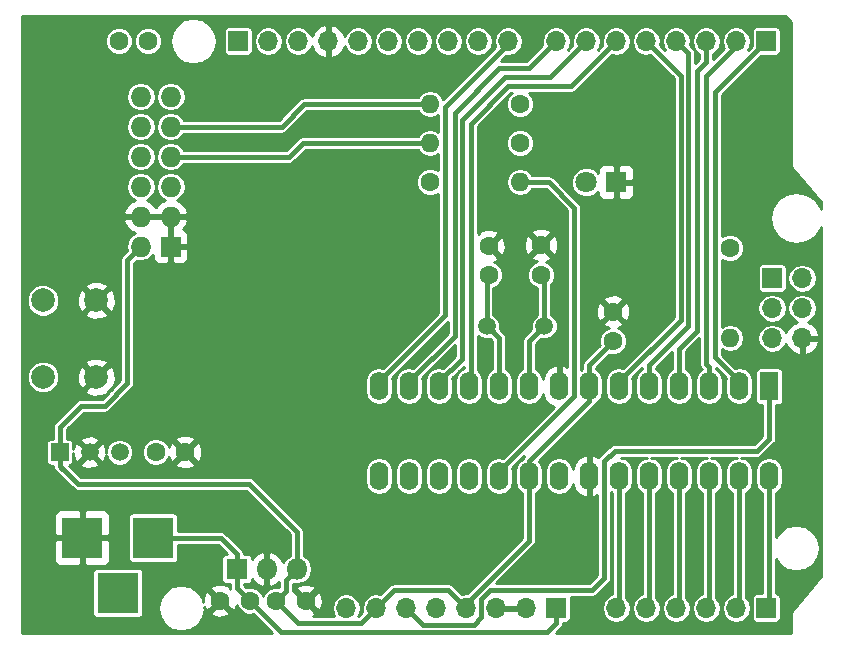
<source format=gtl>
G04 #@! TF.FileFunction,Copper,L1,Top,Signal*
%FSLAX46Y46*%
G04 Gerber Fmt 4.6, Leading zero omitted, Abs format (unit mm)*
G04 Created by KiCad (PCBNEW 4.0.5+dfsg1-4) date Sun Mar 15 11:09:47 2020*
%MOMM*%
%LPD*%
G01*
G04 APERTURE LIST*
%ADD10C,0.100000*%
%ADD11C,1.600000*%
%ADD12R,1.600000X2.400000*%
%ADD13O,1.600000X2.400000*%
%ADD14R,3.500000X3.500000*%
%ADD15R,1.700000X1.700000*%
%ADD16O,1.700000X1.700000*%
%ADD17O,1.600000X1.600000*%
%ADD18C,2.000000*%
%ADD19C,1.500000*%
%ADD20R,1.800000X1.800000*%
%ADD21C,1.800000*%
%ADD22C,1.520000*%
%ADD23R,1.520000X1.520000*%
%ADD24O,1.800000X1.800000*%
%ADD25R,1.727200X1.727200*%
%ADD26O,1.727200X1.727200*%
%ADD27C,0.406400*%
%ADD28C,0.254000*%
G04 APERTURE END LIST*
D10*
D11*
X125476000Y-74422000D03*
X122976000Y-74422000D03*
D12*
X178054000Y-103632000D03*
D13*
X145034000Y-111252000D03*
X175514000Y-103632000D03*
X147574000Y-111252000D03*
X172974000Y-103632000D03*
X150114000Y-111252000D03*
X170434000Y-103632000D03*
X152654000Y-111252000D03*
X167894000Y-103632000D03*
X155194000Y-111252000D03*
X165354000Y-103632000D03*
X157734000Y-111252000D03*
X162814000Y-103632000D03*
X160274000Y-111252000D03*
X160274000Y-103632000D03*
X162814000Y-111252000D03*
X157734000Y-103632000D03*
X165354000Y-111252000D03*
X155194000Y-103632000D03*
X167894000Y-111252000D03*
X152654000Y-103632000D03*
X170434000Y-111252000D03*
X150114000Y-103632000D03*
X172974000Y-111252000D03*
X147574000Y-103632000D03*
X175514000Y-111252000D03*
X145034000Y-103632000D03*
X178054000Y-111252000D03*
D11*
X164846000Y-99822000D03*
X164846000Y-97322000D03*
X134072000Y-121793000D03*
X131572000Y-121793000D03*
X136311000Y-121793000D03*
X138811000Y-121793000D03*
X158750000Y-91694000D03*
X158750000Y-94194000D03*
X154305000Y-91748000D03*
X154305000Y-94248000D03*
D14*
X125888000Y-116459000D03*
X119888000Y-116459000D03*
X122888000Y-121159000D03*
D15*
X177800000Y-122428000D03*
D16*
X175260000Y-122428000D03*
X172720000Y-122428000D03*
X170180000Y-122428000D03*
X167640000Y-122428000D03*
X165100000Y-122428000D03*
D15*
X177800000Y-74422000D03*
D16*
X175260000Y-74422000D03*
X172720000Y-74422000D03*
X170180000Y-74422000D03*
X167640000Y-74422000D03*
X165100000Y-74422000D03*
X162560000Y-74422000D03*
X160020000Y-74422000D03*
D11*
X156972000Y-83058000D03*
D17*
X149352000Y-83058000D03*
D11*
X156972000Y-79756000D03*
D17*
X149352000Y-79756000D03*
D11*
X174752000Y-91948000D03*
D17*
X174752000Y-99568000D03*
D18*
X121086000Y-102870000D03*
X116586000Y-102870000D03*
X121086000Y-96370000D03*
X116586000Y-96370000D03*
D19*
X159004000Y-98552000D03*
X154124000Y-98552000D03*
D20*
X165100000Y-86360000D03*
D21*
X162560000Y-86360000D03*
D11*
X149352000Y-86360000D03*
D17*
X156972000Y-86360000D03*
D15*
X160020000Y-122428000D03*
D16*
X157480000Y-122428000D03*
X154940000Y-122428000D03*
X152400000Y-122428000D03*
X149860000Y-122428000D03*
X147320000Y-122428000D03*
X144780000Y-122428000D03*
X142240000Y-122428000D03*
D15*
X178308000Y-94488000D03*
D16*
X180848000Y-94488000D03*
X178308000Y-97028000D03*
X180848000Y-97028000D03*
X178308000Y-99568000D03*
X180848000Y-99568000D03*
D15*
X133096000Y-74422000D03*
D16*
X135636000Y-74422000D03*
X138176000Y-74422000D03*
X140716000Y-74422000D03*
X143256000Y-74422000D03*
X145796000Y-74422000D03*
X148336000Y-74422000D03*
X150876000Y-74422000D03*
X153416000Y-74422000D03*
X155956000Y-74422000D03*
D11*
X126111000Y-109220000D03*
X128611000Y-109220000D03*
D22*
X120523000Y-109220000D03*
X123063000Y-109220000D03*
D23*
X117983000Y-109220000D03*
D20*
X132969000Y-119126000D03*
D24*
X135509000Y-119126000D03*
X138049000Y-119126000D03*
D25*
X127381000Y-91821000D03*
D26*
X124841000Y-91821000D03*
X127381000Y-89281000D03*
X124841000Y-89281000D03*
X127381000Y-86741000D03*
X124841000Y-86741000D03*
X127381000Y-84201000D03*
X124841000Y-84201000D03*
X127381000Y-81661000D03*
X124841000Y-81661000D03*
X127381000Y-79121000D03*
X124841000Y-79121000D03*
D27*
X134072000Y-121793000D02*
X136739000Y-124460000D01*
X136739000Y-124460000D02*
X159258000Y-124460000D01*
X159258000Y-124460000D02*
X159258000Y-124446400D01*
X159258000Y-124446400D02*
X160020000Y-123684400D01*
X160020000Y-123684400D02*
X160020000Y-122428000D01*
X132969000Y-119126000D02*
X132969000Y-120690000D01*
X132969000Y-120690000D02*
X134072000Y-121793000D01*
X125888000Y-116459000D02*
X131608400Y-116459000D01*
X131608400Y-116459000D02*
X132969000Y-117819600D01*
X132969000Y-117819600D02*
X132969000Y-119126000D01*
X123698000Y-103378000D02*
X123698000Y-92964000D01*
X123698000Y-92964000D02*
X124841000Y-91821000D01*
X117983000Y-109220000D02*
X117983000Y-107061000D01*
X117983000Y-107061000D02*
X119761000Y-105283000D01*
X119761000Y-105283000D02*
X121793000Y-105283000D01*
X121793000Y-105283000D02*
X123698000Y-103378000D01*
X138049000Y-119126000D02*
X137149001Y-120025999D01*
X137149001Y-120025999D02*
X137149001Y-120954999D01*
X137149001Y-120954999D02*
X136311000Y-121793000D01*
X133985000Y-111887000D02*
X138049000Y-115951000D01*
X118237000Y-110617000D02*
X119507000Y-111887000D01*
X119507000Y-111887000D02*
X133985000Y-111887000D01*
X118213600Y-110617000D02*
X118237000Y-110617000D01*
X138049000Y-115951000D02*
X138049000Y-119126000D01*
X144780000Y-122428000D02*
X143523599Y-123684401D01*
X143523599Y-123684401D02*
X138202401Y-123684401D01*
X138202401Y-123684401D02*
X136311000Y-121793000D01*
X117983000Y-109220000D02*
X117983000Y-110386400D01*
X117983000Y-110386400D02*
X118213600Y-110617000D01*
X162814000Y-103632000D02*
X162814000Y-101854000D01*
X162814000Y-101854000D02*
X164846000Y-99822000D01*
X157734000Y-116713000D02*
X157734000Y-111252000D01*
X152400000Y-122047000D02*
X157734000Y-116713000D01*
X152400000Y-122428000D02*
X152400000Y-122047000D01*
X150876000Y-120904000D02*
X152400000Y-122428000D01*
X162814000Y-104883000D02*
X162814000Y-103632000D01*
X157734000Y-109963000D02*
X157734000Y-111252000D01*
X162814000Y-104883000D02*
X157734000Y-109963000D01*
X146304000Y-120904000D02*
X150876000Y-120904000D01*
X144780000Y-122428000D02*
X146304000Y-120904000D01*
X157734000Y-99822000D02*
X157734000Y-103632000D01*
X159004000Y-98552000D02*
X159004000Y-94194000D01*
X159004000Y-98552000D02*
X157734000Y-99822000D01*
X155194000Y-99568000D02*
X155194000Y-103632000D01*
X154124000Y-98552000D02*
X154124000Y-94248000D01*
X154124000Y-98498000D02*
X155194000Y-99568000D01*
X153035000Y-123825000D02*
X148717000Y-123825000D01*
X147320000Y-122428000D02*
X148169999Y-123277999D01*
X148169999Y-123277999D02*
X148717000Y-123825000D01*
X178054000Y-103632000D02*
X178054000Y-108077000D01*
X178054000Y-108077000D02*
X177038000Y-109093000D01*
X163068000Y-120904000D02*
X154432000Y-120904000D01*
X177038000Y-109093000D02*
X164973000Y-109093000D01*
X164973000Y-109093000D02*
X164084000Y-109982000D01*
X164084000Y-109982000D02*
X164084000Y-119888000D01*
X164084000Y-119888000D02*
X163068000Y-120904000D01*
X154432000Y-120904000D02*
X153670000Y-121666000D01*
X153670000Y-121666000D02*
X153670000Y-123190000D01*
X153670000Y-123190000D02*
X153035000Y-123825000D01*
X178054000Y-110363000D02*
X178054000Y-122174000D01*
X178054000Y-122174000D02*
X177800000Y-122428000D01*
X175514000Y-110363000D02*
X175514000Y-122174000D01*
X175514000Y-122174000D02*
X175260000Y-122428000D01*
X172974000Y-110363000D02*
X172974000Y-122174000D01*
X172974000Y-122174000D02*
X172720000Y-122428000D01*
X170434000Y-110363000D02*
X170434000Y-122174000D01*
X170434000Y-122174000D02*
X170180000Y-122428000D01*
X167894000Y-110363000D02*
X167894000Y-122174000D01*
X167894000Y-122174000D02*
X167640000Y-122428000D01*
X165354000Y-110363000D02*
X165354000Y-122174000D01*
X165354000Y-122174000D02*
X165100000Y-122428000D01*
X150622000Y-80010000D02*
X150622000Y-97409000D01*
X145034000Y-103632000D02*
X145034000Y-103232000D01*
X145034000Y-103232000D02*
X150622000Y-97644000D01*
X150622000Y-97644000D02*
X150622000Y-97409000D01*
X155956000Y-74676000D02*
X150622000Y-80010000D01*
X155956000Y-74422000D02*
X155956000Y-74676000D01*
X155194000Y-111252000D02*
X155194000Y-110852000D01*
X155194000Y-110852000D02*
X161544000Y-104502000D01*
X161544000Y-104502000D02*
X161544000Y-88519000D01*
X161544000Y-88519000D02*
X159385000Y-86360000D01*
X159385000Y-86360000D02*
X156972000Y-86360000D01*
X177800000Y-74422000D02*
X173482000Y-78740000D01*
X173482000Y-78740000D02*
X173482000Y-101200000D01*
X173482000Y-101200000D02*
X175514000Y-103232000D01*
X175514000Y-103232000D02*
X175514000Y-103632000D01*
X172974000Y-103632000D02*
X172974000Y-102025600D01*
X172974000Y-102025600D02*
X172720000Y-101771600D01*
X172720000Y-77343000D02*
X175260000Y-74803000D01*
X172720000Y-101771600D02*
X172720000Y-77343000D01*
X175260000Y-74803000D02*
X175260000Y-74422000D01*
X170434000Y-103632000D02*
X170434000Y-100457000D01*
X171958000Y-76962000D02*
X172720000Y-76200000D01*
X170434000Y-100457000D02*
X171958000Y-98933000D01*
X171958000Y-98933000D02*
X171958000Y-76962000D01*
X172720000Y-76200000D02*
X172720000Y-74422000D01*
X170180000Y-74422000D02*
X171196000Y-75438000D01*
X171196000Y-75438000D02*
X171196000Y-98578880D01*
X171196000Y-98578880D02*
X167894000Y-101880880D01*
X167894000Y-101880880D02*
X167894000Y-103632000D01*
X165354000Y-103632000D02*
X165354000Y-103232000D01*
X170561000Y-98025000D02*
X170561000Y-77343000D01*
X165354000Y-103232000D02*
X170561000Y-98025000D01*
X170561000Y-77343000D02*
X167640000Y-74422000D01*
X162560000Y-74422000D02*
X159512000Y-77470000D01*
X159512000Y-77470000D02*
X155702000Y-77470000D01*
X150114000Y-103232000D02*
X150114000Y-103632000D01*
X155702000Y-77470000D02*
X152044389Y-81127611D01*
X152044389Y-81127611D02*
X152044389Y-101301611D01*
X152044389Y-101301611D02*
X150114000Y-103232000D01*
X160020000Y-74422000D02*
X157734000Y-76708000D01*
X157734000Y-76708000D02*
X155194000Y-76708000D01*
X155194000Y-76708000D02*
X151434779Y-80467221D01*
X151434779Y-80467221D02*
X151434779Y-99371221D01*
X147574000Y-103232000D02*
X147574000Y-103632000D01*
X151434779Y-99371221D02*
X147574000Y-103232000D01*
X161290000Y-78232000D02*
X155956000Y-78232000D01*
X165100000Y-74422000D02*
X161290000Y-78232000D01*
X152781000Y-81407000D02*
X155956000Y-78232000D01*
X152781000Y-81407000D02*
X152781000Y-103505000D01*
X152781000Y-103505000D02*
X152654000Y-103632000D01*
X149352000Y-79756000D02*
X138684000Y-79756000D01*
X138684000Y-79756000D02*
X136779000Y-81661000D01*
X136779000Y-81661000D02*
X127381000Y-81661000D01*
X127381000Y-84201000D02*
X137414000Y-84201000D01*
X137414000Y-84201000D02*
X138557000Y-83058000D01*
X138557000Y-83058000D02*
X149352000Y-83058000D01*
D28*
G36*
X179884000Y-72832882D02*
X179884000Y-84836000D01*
X179897397Y-84903350D01*
X179904642Y-84971645D01*
X179914633Y-84990004D01*
X179918711Y-85010504D01*
X179956865Y-85067606D01*
X179989691Y-85127924D01*
X182424000Y-88049095D01*
X182424000Y-88653898D01*
X182403947Y-88553085D01*
X181919677Y-87828323D01*
X181194915Y-87344053D01*
X180340000Y-87174000D01*
X179485085Y-87344053D01*
X178760323Y-87828323D01*
X178276053Y-88553085D01*
X178106000Y-89408000D01*
X178276053Y-90262915D01*
X178760323Y-90987677D01*
X179485085Y-91471947D01*
X180340000Y-91642000D01*
X181194915Y-91471947D01*
X181919677Y-90987677D01*
X182403947Y-90262915D01*
X182424000Y-90162102D01*
X182424000Y-119722905D01*
X179989691Y-122644076D01*
X179956865Y-122704394D01*
X179918711Y-122761496D01*
X179914633Y-122781996D01*
X179904642Y-122800355D01*
X179897397Y-122868650D01*
X179884000Y-122936000D01*
X179884000Y-124512000D01*
X160018584Y-124512000D01*
X160433092Y-124097492D01*
X160559731Y-123907963D01*
X160604200Y-123684400D01*
X160604200Y-123666464D01*
X160870000Y-123666464D01*
X161011190Y-123639897D01*
X161140865Y-123556454D01*
X161227859Y-123429134D01*
X161258464Y-123278000D01*
X161258464Y-121578000D01*
X161241567Y-121488200D01*
X163068000Y-121488200D01*
X163291564Y-121443730D01*
X163481092Y-121317092D01*
X164497092Y-120301092D01*
X164531523Y-120249562D01*
X164623730Y-120111564D01*
X164668200Y-119888000D01*
X164668200Y-112617822D01*
X164769800Y-112685709D01*
X164769800Y-121238564D01*
X164628917Y-121266587D01*
X164229552Y-121533435D01*
X163962704Y-121932800D01*
X163869000Y-122403883D01*
X163869000Y-122452117D01*
X163962704Y-122923200D01*
X164229552Y-123322565D01*
X164628917Y-123589413D01*
X165100000Y-123683117D01*
X165571083Y-123589413D01*
X165970448Y-123322565D01*
X166237296Y-122923200D01*
X166331000Y-122452117D01*
X166331000Y-122403883D01*
X166237296Y-121932800D01*
X165970448Y-121533435D01*
X165938200Y-121511888D01*
X165938200Y-112685709D01*
X166189093Y-112518067D01*
X166445102Y-112134923D01*
X166535000Y-111682974D01*
X166535000Y-110821026D01*
X166445102Y-110369077D01*
X166189093Y-109985933D01*
X165805949Y-109729924D01*
X165540887Y-109677200D01*
X167707113Y-109677200D01*
X167442051Y-109729924D01*
X167058907Y-109985933D01*
X166802898Y-110369077D01*
X166713000Y-110821026D01*
X166713000Y-111682974D01*
X166802898Y-112134923D01*
X167058907Y-112518067D01*
X167309800Y-112685709D01*
X167309800Y-121238564D01*
X167168917Y-121266587D01*
X166769552Y-121533435D01*
X166502704Y-121932800D01*
X166409000Y-122403883D01*
X166409000Y-122452117D01*
X166502704Y-122923200D01*
X166769552Y-123322565D01*
X167168917Y-123589413D01*
X167640000Y-123683117D01*
X168111083Y-123589413D01*
X168510448Y-123322565D01*
X168777296Y-122923200D01*
X168871000Y-122452117D01*
X168871000Y-122403883D01*
X168777296Y-121932800D01*
X168510448Y-121533435D01*
X168478200Y-121511888D01*
X168478200Y-112685709D01*
X168729093Y-112518067D01*
X168985102Y-112134923D01*
X169075000Y-111682974D01*
X169075000Y-110821026D01*
X168985102Y-110369077D01*
X168729093Y-109985933D01*
X168345949Y-109729924D01*
X168080887Y-109677200D01*
X170247113Y-109677200D01*
X169982051Y-109729924D01*
X169598907Y-109985933D01*
X169342898Y-110369077D01*
X169253000Y-110821026D01*
X169253000Y-111682974D01*
X169342898Y-112134923D01*
X169598907Y-112518067D01*
X169849800Y-112685709D01*
X169849800Y-121238564D01*
X169708917Y-121266587D01*
X169309552Y-121533435D01*
X169042704Y-121932800D01*
X168949000Y-122403883D01*
X168949000Y-122452117D01*
X169042704Y-122923200D01*
X169309552Y-123322565D01*
X169708917Y-123589413D01*
X170180000Y-123683117D01*
X170651083Y-123589413D01*
X171050448Y-123322565D01*
X171317296Y-122923200D01*
X171411000Y-122452117D01*
X171411000Y-122403883D01*
X171317296Y-121932800D01*
X171050448Y-121533435D01*
X171018200Y-121511888D01*
X171018200Y-112685709D01*
X171269093Y-112518067D01*
X171525102Y-112134923D01*
X171615000Y-111682974D01*
X171615000Y-110821026D01*
X171525102Y-110369077D01*
X171269093Y-109985933D01*
X170885949Y-109729924D01*
X170620887Y-109677200D01*
X172787113Y-109677200D01*
X172522051Y-109729924D01*
X172138907Y-109985933D01*
X171882898Y-110369077D01*
X171793000Y-110821026D01*
X171793000Y-111682974D01*
X171882898Y-112134923D01*
X172138907Y-112518067D01*
X172389800Y-112685709D01*
X172389800Y-121238564D01*
X172248917Y-121266587D01*
X171849552Y-121533435D01*
X171582704Y-121932800D01*
X171489000Y-122403883D01*
X171489000Y-122452117D01*
X171582704Y-122923200D01*
X171849552Y-123322565D01*
X172248917Y-123589413D01*
X172720000Y-123683117D01*
X173191083Y-123589413D01*
X173590448Y-123322565D01*
X173857296Y-122923200D01*
X173951000Y-122452117D01*
X173951000Y-122403883D01*
X173857296Y-121932800D01*
X173590448Y-121533435D01*
X173558200Y-121511888D01*
X173558200Y-112685709D01*
X173809093Y-112518067D01*
X174065102Y-112134923D01*
X174155000Y-111682974D01*
X174155000Y-110821026D01*
X174065102Y-110369077D01*
X173809093Y-109985933D01*
X173425949Y-109729924D01*
X173160887Y-109677200D01*
X175327113Y-109677200D01*
X175062051Y-109729924D01*
X174678907Y-109985933D01*
X174422898Y-110369077D01*
X174333000Y-110821026D01*
X174333000Y-111682974D01*
X174422898Y-112134923D01*
X174678907Y-112518067D01*
X174929800Y-112685709D01*
X174929800Y-121238564D01*
X174788917Y-121266587D01*
X174389552Y-121533435D01*
X174122704Y-121932800D01*
X174029000Y-122403883D01*
X174029000Y-122452117D01*
X174122704Y-122923200D01*
X174389552Y-123322565D01*
X174788917Y-123589413D01*
X175260000Y-123683117D01*
X175731083Y-123589413D01*
X176130448Y-123322565D01*
X176397296Y-122923200D01*
X176491000Y-122452117D01*
X176491000Y-122403883D01*
X176397296Y-121932800D01*
X176160226Y-121578000D01*
X176561536Y-121578000D01*
X176561536Y-123278000D01*
X176588103Y-123419190D01*
X176671546Y-123548865D01*
X176798866Y-123635859D01*
X176950000Y-123666464D01*
X178650000Y-123666464D01*
X178791190Y-123639897D01*
X178920865Y-123556454D01*
X179007859Y-123429134D01*
X179038464Y-123278000D01*
X179038464Y-121578000D01*
X179011897Y-121436810D01*
X178928454Y-121307135D01*
X178801134Y-121220141D01*
X178650000Y-121189536D01*
X178638200Y-121189536D01*
X178638200Y-118296502D01*
X178939929Y-118748071D01*
X179582287Y-119177281D01*
X180340000Y-119328000D01*
X181097713Y-119177281D01*
X181740071Y-118748071D01*
X182169281Y-118105713D01*
X182320000Y-117348000D01*
X182169281Y-116590287D01*
X181740071Y-115947929D01*
X181097713Y-115518719D01*
X180340000Y-115368000D01*
X179582287Y-115518719D01*
X178939929Y-115947929D01*
X178638200Y-116399498D01*
X178638200Y-112685709D01*
X178889093Y-112518067D01*
X179145102Y-112134923D01*
X179235000Y-111682974D01*
X179235000Y-110821026D01*
X179145102Y-110369077D01*
X178889093Y-109985933D01*
X178505949Y-109729924D01*
X178054000Y-109640026D01*
X177602051Y-109729924D01*
X177218907Y-109985933D01*
X176962898Y-110369077D01*
X176873000Y-110821026D01*
X176873000Y-111682974D01*
X176962898Y-112134923D01*
X177218907Y-112518067D01*
X177469800Y-112685709D01*
X177469800Y-121189536D01*
X176950000Y-121189536D01*
X176808810Y-121216103D01*
X176679135Y-121299546D01*
X176592141Y-121426866D01*
X176561536Y-121578000D01*
X176160226Y-121578000D01*
X176130448Y-121533435D01*
X176098200Y-121511888D01*
X176098200Y-112685709D01*
X176349093Y-112518067D01*
X176605102Y-112134923D01*
X176695000Y-111682974D01*
X176695000Y-110821026D01*
X176605102Y-110369077D01*
X176349093Y-109985933D01*
X175965949Y-109729924D01*
X175700887Y-109677200D01*
X177038000Y-109677200D01*
X177261564Y-109632730D01*
X177451092Y-109506092D01*
X178467092Y-108490092D01*
X178513364Y-108420841D01*
X178593730Y-108300564D01*
X178638200Y-108077000D01*
X178638200Y-105220464D01*
X178854000Y-105220464D01*
X178995190Y-105193897D01*
X179124865Y-105110454D01*
X179211859Y-104983134D01*
X179242464Y-104832000D01*
X179242464Y-102432000D01*
X179215897Y-102290810D01*
X179132454Y-102161135D01*
X179005134Y-102074141D01*
X178854000Y-102043536D01*
X177254000Y-102043536D01*
X177112810Y-102070103D01*
X176983135Y-102153546D01*
X176896141Y-102280866D01*
X176865536Y-102432000D01*
X176865536Y-104832000D01*
X176892103Y-104973190D01*
X176975546Y-105102865D01*
X177102866Y-105189859D01*
X177254000Y-105220464D01*
X177469800Y-105220464D01*
X177469800Y-107835016D01*
X176796016Y-108508800D01*
X164973000Y-108508800D01*
X164749436Y-108553270D01*
X164654461Y-108616730D01*
X164559908Y-108679908D01*
X163670908Y-109568908D01*
X163601736Y-109672431D01*
X163245819Y-109477633D01*
X163163039Y-109460096D01*
X162941000Y-109582085D01*
X162941000Y-111125000D01*
X162961000Y-111125000D01*
X162961000Y-111379000D01*
X162941000Y-111379000D01*
X162941000Y-112921915D01*
X163163039Y-113043904D01*
X163245819Y-113026367D01*
X163499800Y-112887360D01*
X163499800Y-119646016D01*
X162826016Y-120319800D01*
X154953384Y-120319800D01*
X158147092Y-117126092D01*
X158232192Y-116998730D01*
X158273730Y-116936564D01*
X158318200Y-116713000D01*
X158318200Y-112685709D01*
X158569093Y-112518067D01*
X158825102Y-112134923D01*
X158915000Y-111682974D01*
X158915000Y-110821026D01*
X159093000Y-110821026D01*
X159093000Y-111682974D01*
X159182898Y-112134923D01*
X159438907Y-112518067D01*
X159822051Y-112774076D01*
X160274000Y-112863974D01*
X160725949Y-112774076D01*
X161109093Y-112518067D01*
X161365102Y-112134923D01*
X161412871Y-111894772D01*
X161536834Y-112318483D01*
X161889104Y-112756500D01*
X162382181Y-113026367D01*
X162464961Y-113043904D01*
X162687000Y-112921915D01*
X162687000Y-111379000D01*
X162667000Y-111379000D01*
X162667000Y-111125000D01*
X162687000Y-111125000D01*
X162687000Y-109582085D01*
X162464961Y-109460096D01*
X162382181Y-109477633D01*
X161889104Y-109747500D01*
X161536834Y-110185517D01*
X161412871Y-110609228D01*
X161365102Y-110369077D01*
X161109093Y-109985933D01*
X160725949Y-109729924D01*
X160274000Y-109640026D01*
X159822051Y-109729924D01*
X159438907Y-109985933D01*
X159182898Y-110369077D01*
X159093000Y-110821026D01*
X158915000Y-110821026D01*
X158825102Y-110369077D01*
X158569093Y-109985933D01*
X158550005Y-109973179D01*
X163227092Y-105296092D01*
X163298074Y-105189859D01*
X163353730Y-105106564D01*
X163356286Y-105093715D01*
X163649093Y-104898067D01*
X163905102Y-104514923D01*
X163995000Y-104062974D01*
X163995000Y-103201026D01*
X164173000Y-103201026D01*
X164173000Y-104062974D01*
X164262898Y-104514923D01*
X164518907Y-104898067D01*
X164902051Y-105154076D01*
X165354000Y-105243974D01*
X165805949Y-105154076D01*
X166189093Y-104898067D01*
X166445102Y-104514923D01*
X166535000Y-104062974D01*
X166535000Y-103201026D01*
X166481271Y-102930913D01*
X167309800Y-102102384D01*
X167309800Y-102198291D01*
X167058907Y-102365933D01*
X166802898Y-102749077D01*
X166713000Y-103201026D01*
X166713000Y-104062974D01*
X166802898Y-104514923D01*
X167058907Y-104898067D01*
X167442051Y-105154076D01*
X167894000Y-105243974D01*
X168345949Y-105154076D01*
X168729093Y-104898067D01*
X168985102Y-104514923D01*
X169075000Y-104062974D01*
X169075000Y-103201026D01*
X168985102Y-102749077D01*
X168729093Y-102365933D01*
X168478200Y-102198291D01*
X168478200Y-102122864D01*
X169849800Y-100751264D01*
X169849800Y-102198291D01*
X169598907Y-102365933D01*
X169342898Y-102749077D01*
X169253000Y-103201026D01*
X169253000Y-104062974D01*
X169342898Y-104514923D01*
X169598907Y-104898067D01*
X169982051Y-105154076D01*
X170434000Y-105243974D01*
X170885949Y-105154076D01*
X171269093Y-104898067D01*
X171525102Y-104514923D01*
X171615000Y-104062974D01*
X171615000Y-103201026D01*
X171525102Y-102749077D01*
X171269093Y-102365933D01*
X171018200Y-102198291D01*
X171018200Y-100698984D01*
X172135800Y-99581383D01*
X172135800Y-101771600D01*
X172180270Y-101995164D01*
X172253288Y-102104443D01*
X172306908Y-102184692D01*
X172348262Y-102226046D01*
X172138907Y-102365933D01*
X171882898Y-102749077D01*
X171793000Y-103201026D01*
X171793000Y-104062974D01*
X171882898Y-104514923D01*
X172138907Y-104898067D01*
X172522051Y-105154076D01*
X172974000Y-105243974D01*
X173425949Y-105154076D01*
X173809093Y-104898067D01*
X174065102Y-104514923D01*
X174155000Y-104062974D01*
X174155000Y-103201026D01*
X174065102Y-102749077D01*
X173809093Y-102365933D01*
X173558200Y-102198291D01*
X173558200Y-102102384D01*
X174386729Y-102930913D01*
X174333000Y-103201026D01*
X174333000Y-104062974D01*
X174422898Y-104514923D01*
X174678907Y-104898067D01*
X175062051Y-105154076D01*
X175514000Y-105243974D01*
X175965949Y-105154076D01*
X176349093Y-104898067D01*
X176605102Y-104514923D01*
X176695000Y-104062974D01*
X176695000Y-103201026D01*
X176605102Y-102749077D01*
X176349093Y-102365933D01*
X175965949Y-102109924D01*
X175514000Y-102020026D01*
X175192217Y-102084033D01*
X174066200Y-100958016D01*
X174066200Y-100525985D01*
X174300051Y-100682239D01*
X174752000Y-100772137D01*
X175203949Y-100682239D01*
X175587093Y-100426230D01*
X175843102Y-100043086D01*
X175933000Y-99591137D01*
X175933000Y-99568000D01*
X177052883Y-99568000D01*
X177146587Y-100039083D01*
X177413435Y-100438448D01*
X177812800Y-100705296D01*
X178283883Y-100799000D01*
X178332117Y-100799000D01*
X178803200Y-100705296D01*
X179202565Y-100438448D01*
X179459788Y-100053488D01*
X179576355Y-100334924D01*
X179966642Y-100763183D01*
X180491108Y-101009486D01*
X180721000Y-100888819D01*
X180721000Y-99695000D01*
X180975000Y-99695000D01*
X180975000Y-100888819D01*
X181204892Y-101009486D01*
X181729358Y-100763183D01*
X182119645Y-100334924D01*
X182289476Y-99924890D01*
X182168155Y-99695000D01*
X180975000Y-99695000D01*
X180721000Y-99695000D01*
X180701000Y-99695000D01*
X180701000Y-99441000D01*
X180721000Y-99441000D01*
X180721000Y-99421000D01*
X180975000Y-99421000D01*
X180975000Y-99441000D01*
X182168155Y-99441000D01*
X182289476Y-99211110D01*
X182119645Y-98801076D01*
X181729358Y-98372817D01*
X181304053Y-98173083D01*
X181343200Y-98165296D01*
X181742565Y-97898448D01*
X182009413Y-97499083D01*
X182103117Y-97028000D01*
X182009413Y-96556917D01*
X181742565Y-96157552D01*
X181343200Y-95890704D01*
X180872117Y-95797000D01*
X180823883Y-95797000D01*
X180352800Y-95890704D01*
X179953435Y-96157552D01*
X179686587Y-96556917D01*
X179592883Y-97028000D01*
X179686587Y-97499083D01*
X179953435Y-97898448D01*
X180352800Y-98165296D01*
X180391947Y-98173083D01*
X179966642Y-98372817D01*
X179576355Y-98801076D01*
X179459788Y-99082512D01*
X179202565Y-98697552D01*
X178803200Y-98430704D01*
X178332117Y-98337000D01*
X178283883Y-98337000D01*
X177812800Y-98430704D01*
X177413435Y-98697552D01*
X177146587Y-99096917D01*
X177052883Y-99568000D01*
X175933000Y-99568000D01*
X175933000Y-99544863D01*
X175843102Y-99092914D01*
X175587093Y-98709770D01*
X175203949Y-98453761D01*
X174752000Y-98363863D01*
X174300051Y-98453761D01*
X174066200Y-98610015D01*
X174066200Y-97028000D01*
X177052883Y-97028000D01*
X177146587Y-97499083D01*
X177413435Y-97898448D01*
X177812800Y-98165296D01*
X178283883Y-98259000D01*
X178332117Y-98259000D01*
X178803200Y-98165296D01*
X179202565Y-97898448D01*
X179469413Y-97499083D01*
X179563117Y-97028000D01*
X179469413Y-96556917D01*
X179202565Y-96157552D01*
X178803200Y-95890704D01*
X178332117Y-95797000D01*
X178283883Y-95797000D01*
X177812800Y-95890704D01*
X177413435Y-96157552D01*
X177146587Y-96556917D01*
X177052883Y-97028000D01*
X174066200Y-97028000D01*
X174066200Y-93638000D01*
X177069536Y-93638000D01*
X177069536Y-95338000D01*
X177096103Y-95479190D01*
X177179546Y-95608865D01*
X177306866Y-95695859D01*
X177458000Y-95726464D01*
X179158000Y-95726464D01*
X179299190Y-95699897D01*
X179428865Y-95616454D01*
X179515859Y-95489134D01*
X179546464Y-95338000D01*
X179546464Y-94488000D01*
X179592883Y-94488000D01*
X179686587Y-94959083D01*
X179953435Y-95358448D01*
X180352800Y-95625296D01*
X180823883Y-95719000D01*
X180872117Y-95719000D01*
X181343200Y-95625296D01*
X181742565Y-95358448D01*
X182009413Y-94959083D01*
X182103117Y-94488000D01*
X182009413Y-94016917D01*
X181742565Y-93617552D01*
X181343200Y-93350704D01*
X180872117Y-93257000D01*
X180823883Y-93257000D01*
X180352800Y-93350704D01*
X179953435Y-93617552D01*
X179686587Y-94016917D01*
X179592883Y-94488000D01*
X179546464Y-94488000D01*
X179546464Y-93638000D01*
X179519897Y-93496810D01*
X179436454Y-93367135D01*
X179309134Y-93280141D01*
X179158000Y-93249536D01*
X177458000Y-93249536D01*
X177316810Y-93276103D01*
X177187135Y-93359546D01*
X177100141Y-93486866D01*
X177069536Y-93638000D01*
X174066200Y-93638000D01*
X174066200Y-92932647D01*
X174082144Y-92948619D01*
X174516054Y-93128794D01*
X174985885Y-93129204D01*
X175420109Y-92949787D01*
X175752619Y-92617856D01*
X175932794Y-92183946D01*
X175933204Y-91714115D01*
X175753787Y-91279891D01*
X175421856Y-90947381D01*
X174987946Y-90767206D01*
X174518115Y-90766796D01*
X174083891Y-90946213D01*
X174066200Y-90963873D01*
X174066200Y-78981984D01*
X177387720Y-75660464D01*
X178650000Y-75660464D01*
X178791190Y-75633897D01*
X178920865Y-75550454D01*
X179007859Y-75423134D01*
X179038464Y-75272000D01*
X179038464Y-73572000D01*
X179011897Y-73430810D01*
X178928454Y-73301135D01*
X178801134Y-73214141D01*
X178650000Y-73183536D01*
X176950000Y-73183536D01*
X176808810Y-73210103D01*
X176679135Y-73293546D01*
X176592141Y-73420866D01*
X176561536Y-73572000D01*
X176561536Y-74834280D01*
X176233543Y-75162273D01*
X176397296Y-74917200D01*
X176491000Y-74446117D01*
X176491000Y-74397883D01*
X176397296Y-73926800D01*
X176130448Y-73527435D01*
X175731083Y-73260587D01*
X175260000Y-73166883D01*
X174788917Y-73260587D01*
X174389552Y-73527435D01*
X174122704Y-73926800D01*
X174029000Y-74397883D01*
X174029000Y-74446117D01*
X174122704Y-74917200D01*
X174201576Y-75035240D01*
X173304200Y-75932616D01*
X173304200Y-75507830D01*
X173590448Y-75316565D01*
X173857296Y-74917200D01*
X173951000Y-74446117D01*
X173951000Y-74397883D01*
X173857296Y-73926800D01*
X173590448Y-73527435D01*
X173191083Y-73260587D01*
X172720000Y-73166883D01*
X172248917Y-73260587D01*
X171849552Y-73527435D01*
X171582704Y-73926800D01*
X171489000Y-74397883D01*
X171489000Y-74446117D01*
X171582704Y-74917200D01*
X171849552Y-75316565D01*
X172135800Y-75507830D01*
X172135800Y-75958016D01*
X171780200Y-76313616D01*
X171780200Y-75438000D01*
X171735730Y-75214436D01*
X171609092Y-75024908D01*
X171347838Y-74763654D01*
X171411000Y-74446117D01*
X171411000Y-74397883D01*
X171317296Y-73926800D01*
X171050448Y-73527435D01*
X170651083Y-73260587D01*
X170180000Y-73166883D01*
X169708917Y-73260587D01*
X169309552Y-73527435D01*
X169042704Y-73926800D01*
X168949000Y-74397883D01*
X168949000Y-74446117D01*
X169042704Y-74917200D01*
X169206457Y-75162273D01*
X168807838Y-74763654D01*
X168871000Y-74446117D01*
X168871000Y-74397883D01*
X168777296Y-73926800D01*
X168510448Y-73527435D01*
X168111083Y-73260587D01*
X167640000Y-73166883D01*
X167168917Y-73260587D01*
X166769552Y-73527435D01*
X166502704Y-73926800D01*
X166409000Y-74397883D01*
X166409000Y-74446117D01*
X166502704Y-74917200D01*
X166769552Y-75316565D01*
X167168917Y-75583413D01*
X167640000Y-75677117D01*
X167997769Y-75605953D01*
X169976800Y-77584984D01*
X169976800Y-97783016D01*
X165675783Y-102084033D01*
X165354000Y-102020026D01*
X164902051Y-102109924D01*
X164518907Y-102365933D01*
X164262898Y-102749077D01*
X164173000Y-103201026D01*
X163995000Y-103201026D01*
X163905102Y-102749077D01*
X163649093Y-102365933D01*
X163398200Y-102198291D01*
X163398200Y-102095984D01*
X164526206Y-100967978D01*
X164610054Y-101002794D01*
X165079885Y-101003204D01*
X165514109Y-100823787D01*
X165846619Y-100491856D01*
X166026794Y-100057946D01*
X166027204Y-99588115D01*
X165847787Y-99153891D01*
X165515856Y-98821381D01*
X165261879Y-98715921D01*
X165600005Y-98575864D01*
X165674139Y-98329745D01*
X164846000Y-97501605D01*
X164017861Y-98329745D01*
X164091995Y-98575864D01*
X164454187Y-98706050D01*
X164177891Y-98820213D01*
X163845381Y-99152144D01*
X163665206Y-99586054D01*
X163664796Y-100055885D01*
X163700214Y-100141602D01*
X162400908Y-101440908D01*
X162274270Y-101630436D01*
X162229800Y-101854000D01*
X162229800Y-102198291D01*
X162128200Y-102266178D01*
X162128200Y-97105223D01*
X163399035Y-97105223D01*
X163426222Y-97675454D01*
X163592136Y-98076005D01*
X163838255Y-98150139D01*
X164666395Y-97322000D01*
X165025605Y-97322000D01*
X165853745Y-98150139D01*
X166099864Y-98076005D01*
X166292965Y-97538777D01*
X166265778Y-96968546D01*
X166099864Y-96567995D01*
X165853745Y-96493861D01*
X165025605Y-97322000D01*
X164666395Y-97322000D01*
X163838255Y-96493861D01*
X163592136Y-96567995D01*
X163399035Y-97105223D01*
X162128200Y-97105223D01*
X162128200Y-96314255D01*
X164017861Y-96314255D01*
X164846000Y-97142395D01*
X165674139Y-96314255D01*
X165600005Y-96068136D01*
X165062777Y-95875035D01*
X164492546Y-95902222D01*
X164091995Y-96068136D01*
X164017861Y-96314255D01*
X162128200Y-96314255D01*
X162128200Y-88519000D01*
X162083730Y-88295436D01*
X161957092Y-88105908D01*
X160464873Y-86613689D01*
X161278778Y-86613689D01*
X161473388Y-87084680D01*
X161833425Y-87445345D01*
X162304076Y-87640777D01*
X162813689Y-87641222D01*
X163284680Y-87446612D01*
X163565000Y-87166780D01*
X163565000Y-87386310D01*
X163661673Y-87619699D01*
X163840302Y-87798327D01*
X164073691Y-87895000D01*
X164814250Y-87895000D01*
X164973000Y-87736250D01*
X164973000Y-86487000D01*
X165227000Y-86487000D01*
X165227000Y-87736250D01*
X165385750Y-87895000D01*
X166126309Y-87895000D01*
X166359698Y-87798327D01*
X166538327Y-87619699D01*
X166635000Y-87386310D01*
X166635000Y-86645750D01*
X166476250Y-86487000D01*
X165227000Y-86487000D01*
X164973000Y-86487000D01*
X164953000Y-86487000D01*
X164953000Y-86233000D01*
X164973000Y-86233000D01*
X164973000Y-84983750D01*
X165227000Y-84983750D01*
X165227000Y-86233000D01*
X166476250Y-86233000D01*
X166635000Y-86074250D01*
X166635000Y-85333690D01*
X166538327Y-85100301D01*
X166359698Y-84921673D01*
X166126309Y-84825000D01*
X165385750Y-84825000D01*
X165227000Y-84983750D01*
X164973000Y-84983750D01*
X164814250Y-84825000D01*
X164073691Y-84825000D01*
X163840302Y-84921673D01*
X163661673Y-85100301D01*
X163565000Y-85333690D01*
X163565000Y-85553566D01*
X163286575Y-85274655D01*
X162815924Y-85079223D01*
X162306311Y-85078778D01*
X161835320Y-85273388D01*
X161474655Y-85633425D01*
X161279223Y-86104076D01*
X161278778Y-86613689D01*
X160464873Y-86613689D01*
X159798092Y-85946908D01*
X159739938Y-85908051D01*
X159608564Y-85820270D01*
X159385000Y-85775800D01*
X157997872Y-85775800D01*
X157830230Y-85524907D01*
X157447086Y-85268898D01*
X156995137Y-85179000D01*
X156948863Y-85179000D01*
X156496914Y-85268898D01*
X156113770Y-85524907D01*
X155857761Y-85908051D01*
X155767863Y-86360000D01*
X155857761Y-86811949D01*
X156113770Y-87195093D01*
X156496914Y-87451102D01*
X156948863Y-87541000D01*
X156995137Y-87541000D01*
X157447086Y-87451102D01*
X157830230Y-87195093D01*
X157997872Y-86944200D01*
X159143016Y-86944200D01*
X160959800Y-88760984D01*
X160959800Y-101996640D01*
X160705819Y-101857633D01*
X160623039Y-101840096D01*
X160401000Y-101962085D01*
X160401000Y-103505000D01*
X160421000Y-103505000D01*
X160421000Y-103759000D01*
X160401000Y-103759000D01*
X160401000Y-103779000D01*
X160147000Y-103779000D01*
X160147000Y-103759000D01*
X160127000Y-103759000D01*
X160127000Y-103505000D01*
X160147000Y-103505000D01*
X160147000Y-101962085D01*
X159924961Y-101840096D01*
X159842181Y-101857633D01*
X159349104Y-102127500D01*
X158996834Y-102565517D01*
X158872871Y-102989228D01*
X158825102Y-102749077D01*
X158569093Y-102365933D01*
X158318200Y-102198291D01*
X158318200Y-100063984D01*
X158722460Y-99659724D01*
X158778043Y-99682804D01*
X159227983Y-99683196D01*
X159643823Y-99511375D01*
X159962256Y-99193497D01*
X160134804Y-98777957D01*
X160135196Y-98328017D01*
X159963375Y-97912177D01*
X159645497Y-97593744D01*
X159588200Y-97569952D01*
X159588200Y-95025992D01*
X159750619Y-94863856D01*
X159930794Y-94429946D01*
X159931204Y-93960115D01*
X159751787Y-93525891D01*
X159419856Y-93193381D01*
X159165879Y-93087921D01*
X159504005Y-92947864D01*
X159578139Y-92701745D01*
X158750000Y-91873605D01*
X157921861Y-92701745D01*
X157995995Y-92947864D01*
X158358187Y-93078050D01*
X158081891Y-93192213D01*
X157749381Y-93524144D01*
X157569206Y-93958054D01*
X157568796Y-94427885D01*
X157748213Y-94862109D01*
X158080144Y-95194619D01*
X158419800Y-95335656D01*
X158419800Y-97569642D01*
X158364177Y-97592625D01*
X158045744Y-97910503D01*
X157873196Y-98326043D01*
X157872804Y-98775983D01*
X157896495Y-98833321D01*
X157320908Y-99408908D01*
X157194270Y-99598436D01*
X157149800Y-99822000D01*
X157149800Y-102198291D01*
X156898907Y-102365933D01*
X156642898Y-102749077D01*
X156553000Y-103201026D01*
X156553000Y-104062974D01*
X156642898Y-104514923D01*
X156898907Y-104898067D01*
X157282051Y-105154076D01*
X157734000Y-105243974D01*
X158185949Y-105154076D01*
X158569093Y-104898067D01*
X158825102Y-104514923D01*
X158872871Y-104274772D01*
X158996834Y-104698483D01*
X159349104Y-105136500D01*
X159823612Y-105396204D01*
X155515783Y-109704033D01*
X155194000Y-109640026D01*
X154742051Y-109729924D01*
X154358907Y-109985933D01*
X154102898Y-110369077D01*
X154013000Y-110821026D01*
X154013000Y-111682974D01*
X154102898Y-112134923D01*
X154358907Y-112518067D01*
X154742051Y-112774076D01*
X155194000Y-112863974D01*
X155645949Y-112774076D01*
X156029093Y-112518067D01*
X156285102Y-112134923D01*
X156375000Y-111682974D01*
X156375000Y-110821026D01*
X156321271Y-110550913D01*
X157318153Y-109554031D01*
X157194270Y-109739436D01*
X157182997Y-109796110D01*
X156898907Y-109985933D01*
X156642898Y-110369077D01*
X156553000Y-110821026D01*
X156553000Y-111682974D01*
X156642898Y-112134923D01*
X156898907Y-112518067D01*
X157149800Y-112685709D01*
X157149800Y-116471016D01*
X152439980Y-121180836D01*
X152400000Y-121172883D01*
X152042231Y-121244047D01*
X151289092Y-120490908D01*
X151194539Y-120427730D01*
X151099564Y-120364270D01*
X150876000Y-120319800D01*
X146304000Y-120319800D01*
X146080436Y-120364270D01*
X145890908Y-120490908D01*
X145890906Y-120490911D01*
X145137769Y-121244048D01*
X144780000Y-121172883D01*
X144308917Y-121266587D01*
X143909552Y-121533435D01*
X143642704Y-121932800D01*
X143549000Y-122403883D01*
X143549000Y-122452117D01*
X143612162Y-122769654D01*
X143281615Y-123100201D01*
X143259027Y-123100201D01*
X143377296Y-122923200D01*
X143471000Y-122452117D01*
X143471000Y-122403883D01*
X143377296Y-121932800D01*
X143110448Y-121533435D01*
X142711083Y-121266587D01*
X142240000Y-121172883D01*
X141768917Y-121266587D01*
X141369552Y-121533435D01*
X141102704Y-121932800D01*
X141009000Y-122403883D01*
X141009000Y-122452117D01*
X141102704Y-122923200D01*
X141220973Y-123100201D01*
X139436238Y-123100201D01*
X139565005Y-123046864D01*
X139639139Y-122800745D01*
X138811000Y-121972605D01*
X138796858Y-121986748D01*
X138617252Y-121807142D01*
X138631395Y-121793000D01*
X138990605Y-121793000D01*
X139818745Y-122621139D01*
X140064864Y-122547005D01*
X140257965Y-122009777D01*
X140230778Y-121439546D01*
X140064864Y-121038995D01*
X139818745Y-120964861D01*
X138990605Y-121793000D01*
X138631395Y-121793000D01*
X137803255Y-120964861D01*
X137726649Y-120987936D01*
X137733201Y-120954999D01*
X137733201Y-120785255D01*
X137982861Y-120785255D01*
X138811000Y-121613395D01*
X139639139Y-120785255D01*
X139565005Y-120539136D01*
X139027777Y-120346035D01*
X138457546Y-120373222D01*
X138056995Y-120539136D01*
X137982861Y-120785255D01*
X137733201Y-120785255D01*
X137733201Y-120349176D01*
X138023904Y-120407000D01*
X138074096Y-120407000D01*
X138564313Y-120309490D01*
X138979900Y-120031804D01*
X139257586Y-119616217D01*
X139355096Y-119126000D01*
X139257586Y-118635783D01*
X138979900Y-118220196D01*
X138633200Y-117988539D01*
X138633200Y-115951000D01*
X138588730Y-115727436D01*
X138462092Y-115537908D01*
X134398092Y-111473908D01*
X134208564Y-111347270D01*
X133985000Y-111302800D01*
X119748984Y-111302800D01*
X119267210Y-110821026D01*
X143853000Y-110821026D01*
X143853000Y-111682974D01*
X143942898Y-112134923D01*
X144198907Y-112518067D01*
X144582051Y-112774076D01*
X145034000Y-112863974D01*
X145485949Y-112774076D01*
X145869093Y-112518067D01*
X146125102Y-112134923D01*
X146215000Y-111682974D01*
X146215000Y-110821026D01*
X146393000Y-110821026D01*
X146393000Y-111682974D01*
X146482898Y-112134923D01*
X146738907Y-112518067D01*
X147122051Y-112774076D01*
X147574000Y-112863974D01*
X148025949Y-112774076D01*
X148409093Y-112518067D01*
X148665102Y-112134923D01*
X148755000Y-111682974D01*
X148755000Y-110821026D01*
X148933000Y-110821026D01*
X148933000Y-111682974D01*
X149022898Y-112134923D01*
X149278907Y-112518067D01*
X149662051Y-112774076D01*
X150114000Y-112863974D01*
X150565949Y-112774076D01*
X150949093Y-112518067D01*
X151205102Y-112134923D01*
X151295000Y-111682974D01*
X151295000Y-110821026D01*
X151473000Y-110821026D01*
X151473000Y-111682974D01*
X151562898Y-112134923D01*
X151818907Y-112518067D01*
X152202051Y-112774076D01*
X152654000Y-112863974D01*
X153105949Y-112774076D01*
X153489093Y-112518067D01*
X153745102Y-112134923D01*
X153835000Y-111682974D01*
X153835000Y-110821026D01*
X153745102Y-110369077D01*
X153489093Y-109985933D01*
X153105949Y-109729924D01*
X152654000Y-109640026D01*
X152202051Y-109729924D01*
X151818907Y-109985933D01*
X151562898Y-110369077D01*
X151473000Y-110821026D01*
X151295000Y-110821026D01*
X151205102Y-110369077D01*
X150949093Y-109985933D01*
X150565949Y-109729924D01*
X150114000Y-109640026D01*
X149662051Y-109729924D01*
X149278907Y-109985933D01*
X149022898Y-110369077D01*
X148933000Y-110821026D01*
X148755000Y-110821026D01*
X148665102Y-110369077D01*
X148409093Y-109985933D01*
X148025949Y-109729924D01*
X147574000Y-109640026D01*
X147122051Y-109729924D01*
X146738907Y-109985933D01*
X146482898Y-110369077D01*
X146393000Y-110821026D01*
X146215000Y-110821026D01*
X146125102Y-110369077D01*
X145869093Y-109985933D01*
X145485949Y-109729924D01*
X145034000Y-109640026D01*
X144582051Y-109729924D01*
X144198907Y-109985933D01*
X143942898Y-110369077D01*
X143853000Y-110821026D01*
X119267210Y-110821026D01*
X118803301Y-110357117D01*
X118884190Y-110341897D01*
X119013865Y-110258454D01*
X119054649Y-110198764D01*
X119723841Y-110198764D01*
X119793059Y-110440742D01*
X120315780Y-110627155D01*
X120870049Y-110599341D01*
X121252941Y-110440742D01*
X121322159Y-110198764D01*
X120523000Y-109399605D01*
X119723841Y-110198764D01*
X119054649Y-110198764D01*
X119100859Y-110131134D01*
X119131464Y-109980000D01*
X119131464Y-109324031D01*
X119143659Y-109567049D01*
X119302258Y-109949941D01*
X119544236Y-110019159D01*
X120343395Y-109220000D01*
X120702605Y-109220000D01*
X121501764Y-110019159D01*
X121743742Y-109949941D01*
X121922698Y-109448131D01*
X122095143Y-109865480D01*
X122415831Y-110186729D01*
X122835045Y-110360802D01*
X123288963Y-110361198D01*
X123708480Y-110187857D01*
X124029729Y-109867169D01*
X124201339Y-109453885D01*
X124929796Y-109453885D01*
X125109213Y-109888109D01*
X125441144Y-110220619D01*
X125875054Y-110400794D01*
X126344885Y-110401204D01*
X126764689Y-110227745D01*
X127782861Y-110227745D01*
X127856995Y-110473864D01*
X128394223Y-110666965D01*
X128964454Y-110639778D01*
X129365005Y-110473864D01*
X129439139Y-110227745D01*
X128611000Y-109399605D01*
X127782861Y-110227745D01*
X126764689Y-110227745D01*
X126779109Y-110221787D01*
X127111619Y-109889856D01*
X127217079Y-109635879D01*
X127357136Y-109974005D01*
X127603255Y-110048139D01*
X128431395Y-109220000D01*
X128790605Y-109220000D01*
X129618745Y-110048139D01*
X129864864Y-109974005D01*
X130057965Y-109436777D01*
X130030778Y-108866546D01*
X129864864Y-108465995D01*
X129618745Y-108391861D01*
X128790605Y-109220000D01*
X128431395Y-109220000D01*
X127603255Y-108391861D01*
X127357136Y-108465995D01*
X127226950Y-108828187D01*
X127112787Y-108551891D01*
X126780856Y-108219381D01*
X126763695Y-108212255D01*
X127782861Y-108212255D01*
X128611000Y-109040395D01*
X129439139Y-108212255D01*
X129365005Y-107966136D01*
X128827777Y-107773035D01*
X128257546Y-107800222D01*
X127856995Y-107966136D01*
X127782861Y-108212255D01*
X126763695Y-108212255D01*
X126346946Y-108039206D01*
X125877115Y-108038796D01*
X125442891Y-108218213D01*
X125110381Y-108550144D01*
X124930206Y-108984054D01*
X124929796Y-109453885D01*
X124201339Y-109453885D01*
X124203802Y-109447955D01*
X124204198Y-108994037D01*
X124030857Y-108574520D01*
X123710169Y-108253271D01*
X123290955Y-108079198D01*
X122837037Y-108078802D01*
X122417520Y-108252143D01*
X122096271Y-108572831D01*
X121922198Y-108992045D01*
X121921961Y-109263929D01*
X121902341Y-108872951D01*
X121743742Y-108490059D01*
X121501764Y-108420841D01*
X120702605Y-109220000D01*
X120343395Y-109220000D01*
X119544236Y-108420841D01*
X119302258Y-108490059D01*
X119131464Y-108968983D01*
X119131464Y-108460000D01*
X119104897Y-108318810D01*
X119054980Y-108241236D01*
X119723841Y-108241236D01*
X120523000Y-109040395D01*
X121322159Y-108241236D01*
X121252941Y-107999258D01*
X120730220Y-107812845D01*
X120175951Y-107840659D01*
X119793059Y-107999258D01*
X119723841Y-108241236D01*
X119054980Y-108241236D01*
X119021454Y-108189135D01*
X118894134Y-108102141D01*
X118743000Y-108071536D01*
X118567200Y-108071536D01*
X118567200Y-107302984D01*
X120002984Y-105867200D01*
X121793000Y-105867200D01*
X122016564Y-105822730D01*
X122206092Y-105696092D01*
X124111092Y-103791092D01*
X124142381Y-103744264D01*
X124237730Y-103601564D01*
X124282200Y-103378000D01*
X124282200Y-93205984D01*
X124487959Y-93000225D01*
X124816617Y-93065600D01*
X124865383Y-93065600D01*
X125341671Y-92970860D01*
X125745448Y-92701065D01*
X125882400Y-92496102D01*
X125882400Y-92810910D01*
X125979073Y-93044299D01*
X126157702Y-93222927D01*
X126391091Y-93319600D01*
X127095250Y-93319600D01*
X127254000Y-93160850D01*
X127254000Y-91948000D01*
X127508000Y-91948000D01*
X127508000Y-93160850D01*
X127666750Y-93319600D01*
X128370909Y-93319600D01*
X128604298Y-93222927D01*
X128782927Y-93044299D01*
X128879600Y-92810910D01*
X128879600Y-92106750D01*
X128720850Y-91948000D01*
X127508000Y-91948000D01*
X127254000Y-91948000D01*
X127234000Y-91948000D01*
X127234000Y-91694000D01*
X127254000Y-91694000D01*
X127254000Y-89408000D01*
X127508000Y-89408000D01*
X127508000Y-91694000D01*
X128720850Y-91694000D01*
X128879600Y-91535250D01*
X128879600Y-90831090D01*
X128782927Y-90597701D01*
X128604298Y-90419073D01*
X128406880Y-90337300D01*
X128663688Y-90055947D01*
X128835958Y-89640026D01*
X128714817Y-89408000D01*
X127508000Y-89408000D01*
X127254000Y-89408000D01*
X124968000Y-89408000D01*
X124968000Y-89428000D01*
X124714000Y-89428000D01*
X124714000Y-89408000D01*
X123507183Y-89408000D01*
X123386042Y-89640026D01*
X123558312Y-90055947D01*
X123952510Y-90487821D01*
X124342662Y-90670676D01*
X124340329Y-90671140D01*
X123936552Y-90940935D01*
X123666757Y-91344712D01*
X123572017Y-91821000D01*
X123645482Y-92190334D01*
X123284908Y-92550908D01*
X123158270Y-92740436D01*
X123113800Y-92964000D01*
X123113800Y-103136016D01*
X122322712Y-103927104D01*
X122238534Y-103842926D01*
X122505387Y-103744264D01*
X122731908Y-103134539D01*
X122707856Y-102484540D01*
X122505387Y-101995736D01*
X122238532Y-101897073D01*
X121265605Y-102870000D01*
X121279748Y-102884143D01*
X121100143Y-103063748D01*
X121086000Y-103049605D01*
X120113073Y-104022532D01*
X120211736Y-104289387D01*
X120821461Y-104515908D01*
X121471460Y-104491856D01*
X121960264Y-104289387D01*
X122058926Y-104022534D01*
X122143104Y-104106712D01*
X121551016Y-104698800D01*
X119761005Y-104698800D01*
X119761000Y-104698799D01*
X119537437Y-104743269D01*
X119347908Y-104869908D01*
X117569908Y-106647908D01*
X117443270Y-106837436D01*
X117398800Y-107061000D01*
X117398800Y-108071536D01*
X117223000Y-108071536D01*
X117081810Y-108098103D01*
X116952135Y-108181546D01*
X116865141Y-108308866D01*
X116834536Y-108460000D01*
X116834536Y-109980000D01*
X116861103Y-110121190D01*
X116944546Y-110250865D01*
X117071866Y-110337859D01*
X117223000Y-110368464D01*
X117398800Y-110368464D01*
X117398800Y-110386400D01*
X117443270Y-110609964D01*
X117569908Y-110799492D01*
X117800508Y-111030092D01*
X117871028Y-111077212D01*
X119093908Y-112300092D01*
X119283436Y-112426730D01*
X119507000Y-112471200D01*
X133743016Y-112471200D01*
X137464800Y-116192984D01*
X137464800Y-117988539D01*
X137118100Y-118220196D01*
X136906870Y-118536324D01*
X136821240Y-118329583D01*
X136416576Y-117888034D01*
X135873742Y-117634954D01*
X135636000Y-117755003D01*
X135636000Y-118999000D01*
X135656000Y-118999000D01*
X135656000Y-119253000D01*
X135636000Y-119253000D01*
X135636000Y-120496997D01*
X135873742Y-120617046D01*
X136416576Y-120363966D01*
X136564801Y-120202230D01*
X136564801Y-120619620D01*
X136546946Y-120612206D01*
X136077115Y-120611796D01*
X135642891Y-120791213D01*
X135310381Y-121123144D01*
X135191430Y-121409610D01*
X135073787Y-121124891D01*
X134741856Y-120792381D01*
X134307946Y-120612206D01*
X133838115Y-120611796D01*
X133752397Y-120647214D01*
X133553200Y-120448016D01*
X133553200Y-120414464D01*
X133869000Y-120414464D01*
X134010190Y-120387897D01*
X134139865Y-120304454D01*
X134226859Y-120177134D01*
X134257464Y-120026000D01*
X134257464Y-119988654D01*
X134601424Y-120363966D01*
X135144258Y-120617046D01*
X135382000Y-120496997D01*
X135382000Y-119253000D01*
X135362000Y-119253000D01*
X135362000Y-118999000D01*
X135382000Y-118999000D01*
X135382000Y-117755003D01*
X135144258Y-117634954D01*
X134601424Y-117888034D01*
X134257464Y-118263346D01*
X134257464Y-118226000D01*
X134230897Y-118084810D01*
X134147454Y-117955135D01*
X134020134Y-117868141D01*
X133869000Y-117837536D01*
X133553200Y-117837536D01*
X133553200Y-117819600D01*
X133508730Y-117596036D01*
X133382092Y-117406508D01*
X132021492Y-116045908D01*
X131831964Y-115919270D01*
X131608400Y-115874800D01*
X128026464Y-115874800D01*
X128026464Y-114709000D01*
X127999897Y-114567810D01*
X127916454Y-114438135D01*
X127789134Y-114351141D01*
X127638000Y-114320536D01*
X124138000Y-114320536D01*
X123996810Y-114347103D01*
X123867135Y-114430546D01*
X123780141Y-114557866D01*
X123749536Y-114709000D01*
X123749536Y-118209000D01*
X123776103Y-118350190D01*
X123859546Y-118479865D01*
X123986866Y-118566859D01*
X124138000Y-118597464D01*
X127638000Y-118597464D01*
X127779190Y-118570897D01*
X127908865Y-118487454D01*
X127995859Y-118360134D01*
X128026464Y-118209000D01*
X128026464Y-117043200D01*
X131366416Y-117043200D01*
X132160752Y-117837536D01*
X132069000Y-117837536D01*
X131927810Y-117864103D01*
X131798135Y-117947546D01*
X131711141Y-118074866D01*
X131680536Y-118226000D01*
X131680536Y-120026000D01*
X131707103Y-120167190D01*
X131790546Y-120296865D01*
X131917866Y-120383859D01*
X132069000Y-120414464D01*
X132384800Y-120414464D01*
X132384800Y-120690000D01*
X132403149Y-120782243D01*
X132400139Y-120785253D01*
X132326005Y-120539136D01*
X131788777Y-120346035D01*
X131218546Y-120373222D01*
X130817995Y-120539136D01*
X130743861Y-120785255D01*
X131572000Y-121613395D01*
X131586142Y-121599252D01*
X131765748Y-121778858D01*
X131751605Y-121793000D01*
X132579745Y-122621139D01*
X132825864Y-122547005D01*
X132956050Y-122184813D01*
X133070213Y-122461109D01*
X133402144Y-122793619D01*
X133836054Y-122973794D01*
X134305885Y-122974204D01*
X134391603Y-122938786D01*
X135964817Y-124512000D01*
X114756000Y-124512000D01*
X114756000Y-119409000D01*
X120749536Y-119409000D01*
X120749536Y-122909000D01*
X120776103Y-123050190D01*
X120859546Y-123179865D01*
X120986866Y-123266859D01*
X121138000Y-123297464D01*
X124638000Y-123297464D01*
X124779190Y-123270897D01*
X124908865Y-123187454D01*
X124995859Y-123060134D01*
X125026464Y-122909000D01*
X125026464Y-122428000D01*
X126290000Y-122428000D01*
X126440719Y-123185713D01*
X126869929Y-123828071D01*
X127512287Y-124257281D01*
X128270000Y-124408000D01*
X129027713Y-124257281D01*
X129670071Y-123828071D01*
X130099281Y-123185713D01*
X130175856Y-122800745D01*
X130743861Y-122800745D01*
X130817995Y-123046864D01*
X131355223Y-123239965D01*
X131925454Y-123212778D01*
X132326005Y-123046864D01*
X132400139Y-122800745D01*
X131572000Y-121972605D01*
X130743861Y-122800745D01*
X130175856Y-122800745D01*
X130250000Y-122428000D01*
X130232592Y-122340484D01*
X130318136Y-122547005D01*
X130564255Y-122621139D01*
X131392395Y-121793000D01*
X130564255Y-120964861D01*
X130318136Y-121038995D01*
X130125035Y-121576223D01*
X130139052Y-121870231D01*
X130099281Y-121670287D01*
X129670071Y-121027929D01*
X129027713Y-120598719D01*
X128270000Y-120448000D01*
X127512287Y-120598719D01*
X126869929Y-121027929D01*
X126440719Y-121670287D01*
X126290000Y-122428000D01*
X125026464Y-122428000D01*
X125026464Y-119409000D01*
X124999897Y-119267810D01*
X124916454Y-119138135D01*
X124789134Y-119051141D01*
X124638000Y-119020536D01*
X121138000Y-119020536D01*
X120996810Y-119047103D01*
X120867135Y-119130546D01*
X120780141Y-119257866D01*
X120749536Y-119409000D01*
X114756000Y-119409000D01*
X114756000Y-116744750D01*
X117503000Y-116744750D01*
X117503000Y-118335310D01*
X117599673Y-118568699D01*
X117778302Y-118747327D01*
X118011691Y-118844000D01*
X119602250Y-118844000D01*
X119761000Y-118685250D01*
X119761000Y-116586000D01*
X120015000Y-116586000D01*
X120015000Y-118685250D01*
X120173750Y-118844000D01*
X121764309Y-118844000D01*
X121997698Y-118747327D01*
X122176327Y-118568699D01*
X122273000Y-118335310D01*
X122273000Y-116744750D01*
X122114250Y-116586000D01*
X120015000Y-116586000D01*
X119761000Y-116586000D01*
X117661750Y-116586000D01*
X117503000Y-116744750D01*
X114756000Y-116744750D01*
X114756000Y-114582690D01*
X117503000Y-114582690D01*
X117503000Y-116173250D01*
X117661750Y-116332000D01*
X119761000Y-116332000D01*
X119761000Y-114232750D01*
X120015000Y-114232750D01*
X120015000Y-116332000D01*
X122114250Y-116332000D01*
X122273000Y-116173250D01*
X122273000Y-114582690D01*
X122176327Y-114349301D01*
X121997698Y-114170673D01*
X121764309Y-114074000D01*
X120173750Y-114074000D01*
X120015000Y-114232750D01*
X119761000Y-114232750D01*
X119602250Y-114074000D01*
X118011691Y-114074000D01*
X117778302Y-114170673D01*
X117599673Y-114349301D01*
X117503000Y-114582690D01*
X114756000Y-114582690D01*
X114756000Y-103143493D01*
X115204761Y-103143493D01*
X115414563Y-103651251D01*
X115802705Y-104040072D01*
X116310097Y-104250759D01*
X116859493Y-104251239D01*
X117367251Y-104041437D01*
X117756072Y-103653295D01*
X117966759Y-103145903D01*
X117967231Y-102605461D01*
X119440092Y-102605461D01*
X119464144Y-103255460D01*
X119666613Y-103744264D01*
X119933468Y-103842927D01*
X120906395Y-102870000D01*
X119933468Y-101897073D01*
X119666613Y-101995736D01*
X119440092Y-102605461D01*
X117967231Y-102605461D01*
X117967239Y-102596507D01*
X117757437Y-102088749D01*
X117386805Y-101717468D01*
X120113073Y-101717468D01*
X121086000Y-102690395D01*
X122058927Y-101717468D01*
X121960264Y-101450613D01*
X121350539Y-101224092D01*
X120700540Y-101248144D01*
X120211736Y-101450613D01*
X120113073Y-101717468D01*
X117386805Y-101717468D01*
X117369295Y-101699928D01*
X116861903Y-101489241D01*
X116312507Y-101488761D01*
X115804749Y-101698563D01*
X115415928Y-102086705D01*
X115205241Y-102594097D01*
X115204761Y-103143493D01*
X114756000Y-103143493D01*
X114756000Y-96643493D01*
X115204761Y-96643493D01*
X115414563Y-97151251D01*
X115802705Y-97540072D01*
X116310097Y-97750759D01*
X116859493Y-97751239D01*
X117367251Y-97541437D01*
X117386189Y-97522532D01*
X120113073Y-97522532D01*
X120211736Y-97789387D01*
X120821461Y-98015908D01*
X121471460Y-97991856D01*
X121960264Y-97789387D01*
X122058927Y-97522532D01*
X121086000Y-96549605D01*
X120113073Y-97522532D01*
X117386189Y-97522532D01*
X117756072Y-97153295D01*
X117966759Y-96645903D01*
X117967231Y-96105461D01*
X119440092Y-96105461D01*
X119464144Y-96755460D01*
X119666613Y-97244264D01*
X119933468Y-97342927D01*
X120906395Y-96370000D01*
X121265605Y-96370000D01*
X122238532Y-97342927D01*
X122505387Y-97244264D01*
X122731908Y-96634539D01*
X122707856Y-95984540D01*
X122505387Y-95495736D01*
X122238532Y-95397073D01*
X121265605Y-96370000D01*
X120906395Y-96370000D01*
X119933468Y-95397073D01*
X119666613Y-95495736D01*
X119440092Y-96105461D01*
X117967231Y-96105461D01*
X117967239Y-96096507D01*
X117757437Y-95588749D01*
X117386805Y-95217468D01*
X120113073Y-95217468D01*
X121086000Y-96190395D01*
X122058927Y-95217468D01*
X121960264Y-94950613D01*
X121350539Y-94724092D01*
X120700540Y-94748144D01*
X120211736Y-94950613D01*
X120113073Y-95217468D01*
X117386805Y-95217468D01*
X117369295Y-95199928D01*
X116861903Y-94989241D01*
X116312507Y-94988761D01*
X115804749Y-95198563D01*
X115415928Y-95586705D01*
X115205241Y-96094097D01*
X115204761Y-96643493D01*
X114756000Y-96643493D01*
X114756000Y-88921974D01*
X123386042Y-88921974D01*
X123507183Y-89154000D01*
X124714000Y-89154000D01*
X124714000Y-89134000D01*
X124968000Y-89134000D01*
X124968000Y-89154000D01*
X127254000Y-89154000D01*
X127254000Y-89134000D01*
X127508000Y-89134000D01*
X127508000Y-89154000D01*
X128714817Y-89154000D01*
X128835958Y-88921974D01*
X128663688Y-88506053D01*
X128269490Y-88074179D01*
X127879338Y-87891324D01*
X127881671Y-87890860D01*
X128285448Y-87621065D01*
X128555243Y-87217288D01*
X128649983Y-86741000D01*
X128555243Y-86264712D01*
X128285448Y-85860935D01*
X127881671Y-85591140D01*
X127405383Y-85496400D01*
X127356617Y-85496400D01*
X126880329Y-85591140D01*
X126476552Y-85860935D01*
X126206757Y-86264712D01*
X126112017Y-86741000D01*
X126206757Y-87217288D01*
X126476552Y-87621065D01*
X126880329Y-87890860D01*
X126882662Y-87891324D01*
X126492510Y-88074179D01*
X126111000Y-88492152D01*
X125729490Y-88074179D01*
X125339338Y-87891324D01*
X125341671Y-87890860D01*
X125745448Y-87621065D01*
X126015243Y-87217288D01*
X126109983Y-86741000D01*
X126015243Y-86264712D01*
X125745448Y-85860935D01*
X125341671Y-85591140D01*
X124865383Y-85496400D01*
X124816617Y-85496400D01*
X124340329Y-85591140D01*
X123936552Y-85860935D01*
X123666757Y-86264712D01*
X123572017Y-86741000D01*
X123666757Y-87217288D01*
X123936552Y-87621065D01*
X124340329Y-87890860D01*
X124342662Y-87891324D01*
X123952510Y-88074179D01*
X123558312Y-88506053D01*
X123386042Y-88921974D01*
X114756000Y-88921974D01*
X114756000Y-84201000D01*
X123572017Y-84201000D01*
X123666757Y-84677288D01*
X123936552Y-85081065D01*
X124340329Y-85350860D01*
X124816617Y-85445600D01*
X124865383Y-85445600D01*
X125341671Y-85350860D01*
X125745448Y-85081065D01*
X126015243Y-84677288D01*
X126109983Y-84201000D01*
X126015243Y-83724712D01*
X125745448Y-83320935D01*
X125341671Y-83051140D01*
X124865383Y-82956400D01*
X124816617Y-82956400D01*
X124340329Y-83051140D01*
X123936552Y-83320935D01*
X123666757Y-83724712D01*
X123572017Y-84201000D01*
X114756000Y-84201000D01*
X114756000Y-81661000D01*
X123572017Y-81661000D01*
X123666757Y-82137288D01*
X123936552Y-82541065D01*
X124340329Y-82810860D01*
X124816617Y-82905600D01*
X124865383Y-82905600D01*
X125341671Y-82810860D01*
X125745448Y-82541065D01*
X126015243Y-82137288D01*
X126109983Y-81661000D01*
X126112017Y-81661000D01*
X126206757Y-82137288D01*
X126476552Y-82541065D01*
X126880329Y-82810860D01*
X127356617Y-82905600D01*
X127405383Y-82905600D01*
X127881671Y-82810860D01*
X128285448Y-82541065D01*
X128483139Y-82245200D01*
X136779000Y-82245200D01*
X137002564Y-82200730D01*
X137192092Y-82074092D01*
X138925984Y-80340200D01*
X148326128Y-80340200D01*
X148493770Y-80591093D01*
X148876914Y-80847102D01*
X149328863Y-80937000D01*
X149375137Y-80937000D01*
X149827086Y-80847102D01*
X150037800Y-80706307D01*
X150037800Y-82107693D01*
X149827086Y-81966898D01*
X149375137Y-81877000D01*
X149328863Y-81877000D01*
X148876914Y-81966898D01*
X148493770Y-82222907D01*
X148326128Y-82473800D01*
X138557000Y-82473800D01*
X138333436Y-82518270D01*
X138202062Y-82606051D01*
X138143908Y-82644908D01*
X137172016Y-83616800D01*
X128483139Y-83616800D01*
X128285448Y-83320935D01*
X127881671Y-83051140D01*
X127405383Y-82956400D01*
X127356617Y-82956400D01*
X126880329Y-83051140D01*
X126476552Y-83320935D01*
X126206757Y-83724712D01*
X126112017Y-84201000D01*
X126206757Y-84677288D01*
X126476552Y-85081065D01*
X126880329Y-85350860D01*
X127356617Y-85445600D01*
X127405383Y-85445600D01*
X127881671Y-85350860D01*
X128285448Y-85081065D01*
X128483139Y-84785200D01*
X137414000Y-84785200D01*
X137637564Y-84740730D01*
X137827092Y-84614092D01*
X138798984Y-83642200D01*
X148326128Y-83642200D01*
X148493770Y-83893093D01*
X148876914Y-84149102D01*
X149328863Y-84239000D01*
X149375137Y-84239000D01*
X149827086Y-84149102D01*
X150037800Y-84008307D01*
X150037800Y-85375353D01*
X150021856Y-85359381D01*
X149587946Y-85179206D01*
X149118115Y-85178796D01*
X148683891Y-85358213D01*
X148351381Y-85690144D01*
X148171206Y-86124054D01*
X148170796Y-86593885D01*
X148350213Y-87028109D01*
X148682144Y-87360619D01*
X149116054Y-87540794D01*
X149585885Y-87541204D01*
X150020109Y-87361787D01*
X150037800Y-87344127D01*
X150037800Y-97402016D01*
X145355783Y-102084033D01*
X145034000Y-102020026D01*
X144582051Y-102109924D01*
X144198907Y-102365933D01*
X143942898Y-102749077D01*
X143853000Y-103201026D01*
X143853000Y-104062974D01*
X143942898Y-104514923D01*
X144198907Y-104898067D01*
X144582051Y-105154076D01*
X145034000Y-105243974D01*
X145485949Y-105154076D01*
X145869093Y-104898067D01*
X146125102Y-104514923D01*
X146215000Y-104062974D01*
X146215000Y-103201026D01*
X146161271Y-102930913D01*
X150850579Y-98241605D01*
X150850579Y-99129237D01*
X147895783Y-102084033D01*
X147574000Y-102020026D01*
X147122051Y-102109924D01*
X146738907Y-102365933D01*
X146482898Y-102749077D01*
X146393000Y-103201026D01*
X146393000Y-104062974D01*
X146482898Y-104514923D01*
X146738907Y-104898067D01*
X147122051Y-105154076D01*
X147574000Y-105243974D01*
X148025949Y-105154076D01*
X148409093Y-104898067D01*
X148665102Y-104514923D01*
X148755000Y-104062974D01*
X148755000Y-103201026D01*
X148701271Y-102930913D01*
X151460189Y-100171995D01*
X151460189Y-101059627D01*
X150435783Y-102084033D01*
X150114000Y-102020026D01*
X149662051Y-102109924D01*
X149278907Y-102365933D01*
X149022898Y-102749077D01*
X148933000Y-103201026D01*
X148933000Y-104062974D01*
X149022898Y-104514923D01*
X149278907Y-104898067D01*
X149662051Y-105154076D01*
X150114000Y-105243974D01*
X150565949Y-105154076D01*
X150949093Y-104898067D01*
X151205102Y-104514923D01*
X151295000Y-104062974D01*
X151295000Y-103201026D01*
X151241271Y-102930913D01*
X152196800Y-101975384D01*
X152196800Y-102113433D01*
X151818907Y-102365933D01*
X151562898Y-102749077D01*
X151473000Y-103201026D01*
X151473000Y-104062974D01*
X151562898Y-104514923D01*
X151818907Y-104898067D01*
X152202051Y-105154076D01*
X152654000Y-105243974D01*
X153105949Y-105154076D01*
X153489093Y-104898067D01*
X153745102Y-104514923D01*
X153835000Y-104062974D01*
X153835000Y-103201026D01*
X153745102Y-102749077D01*
X153489093Y-102365933D01*
X153365200Y-102283150D01*
X153365200Y-99392748D01*
X153482503Y-99510256D01*
X153898043Y-99682804D01*
X154347983Y-99683196D01*
X154443533Y-99643716D01*
X154609800Y-99809983D01*
X154609800Y-102198291D01*
X154358907Y-102365933D01*
X154102898Y-102749077D01*
X154013000Y-103201026D01*
X154013000Y-104062974D01*
X154102898Y-104514923D01*
X154358907Y-104898067D01*
X154742051Y-105154076D01*
X155194000Y-105243974D01*
X155645949Y-105154076D01*
X156029093Y-104898067D01*
X156285102Y-104514923D01*
X156375000Y-104062974D01*
X156375000Y-103201026D01*
X156285102Y-102749077D01*
X156029093Y-102365933D01*
X155778200Y-102198291D01*
X155778200Y-99568005D01*
X155778201Y-99568000D01*
X155733731Y-99344437D01*
X155662478Y-99237800D01*
X155607092Y-99154908D01*
X155607089Y-99154906D01*
X155247568Y-98795384D01*
X155254804Y-98777957D01*
X155255196Y-98328017D01*
X155083375Y-97912177D01*
X154765497Y-97593744D01*
X154708200Y-97569952D01*
X154708200Y-95359245D01*
X154973109Y-95249787D01*
X155305619Y-94917856D01*
X155485794Y-94483946D01*
X155486204Y-94014115D01*
X155306787Y-93579891D01*
X154974856Y-93247381D01*
X154720879Y-93141921D01*
X155059005Y-93001864D01*
X155133139Y-92755745D01*
X154305000Y-91927605D01*
X154290858Y-91941748D01*
X154111252Y-91762142D01*
X154125395Y-91748000D01*
X154484605Y-91748000D01*
X155312745Y-92576139D01*
X155558864Y-92502005D01*
X155751965Y-91964777D01*
X155728720Y-91477223D01*
X157303035Y-91477223D01*
X157330222Y-92047454D01*
X157496136Y-92448005D01*
X157742255Y-92522139D01*
X158570395Y-91694000D01*
X158929605Y-91694000D01*
X159757745Y-92522139D01*
X160003864Y-92448005D01*
X160196965Y-91910777D01*
X160169778Y-91340546D01*
X160003864Y-90939995D01*
X159757745Y-90865861D01*
X158929605Y-91694000D01*
X158570395Y-91694000D01*
X157742255Y-90865861D01*
X157496136Y-90939995D01*
X157303035Y-91477223D01*
X155728720Y-91477223D01*
X155724778Y-91394546D01*
X155558864Y-90993995D01*
X155312745Y-90919861D01*
X154484605Y-91748000D01*
X154125395Y-91748000D01*
X154111252Y-91733858D01*
X154290858Y-91554252D01*
X154305000Y-91568395D01*
X155133139Y-90740255D01*
X155116874Y-90686255D01*
X157921861Y-90686255D01*
X158750000Y-91514395D01*
X159578139Y-90686255D01*
X159504005Y-90440136D01*
X158966777Y-90247035D01*
X158396546Y-90274222D01*
X157995995Y-90440136D01*
X157921861Y-90686255D01*
X155116874Y-90686255D01*
X155059005Y-90494136D01*
X154521777Y-90301035D01*
X153951546Y-90328222D01*
X153550995Y-90494136D01*
X153476861Y-90740253D01*
X153365200Y-90628592D01*
X153365200Y-83291885D01*
X155790796Y-83291885D01*
X155970213Y-83726109D01*
X156302144Y-84058619D01*
X156736054Y-84238794D01*
X157205885Y-84239204D01*
X157640109Y-84059787D01*
X157972619Y-83727856D01*
X158152794Y-83293946D01*
X158153204Y-82824115D01*
X157973787Y-82389891D01*
X157641856Y-82057381D01*
X157207946Y-81877206D01*
X156738115Y-81876796D01*
X156303891Y-82056213D01*
X155971381Y-82388144D01*
X155791206Y-82822054D01*
X155790796Y-83291885D01*
X153365200Y-83291885D01*
X153365200Y-81648984D01*
X156197984Y-78816200D01*
X156241796Y-78816200D01*
X155971381Y-79086144D01*
X155791206Y-79520054D01*
X155790796Y-79989885D01*
X155970213Y-80424109D01*
X156302144Y-80756619D01*
X156736054Y-80936794D01*
X157205885Y-80937204D01*
X157640109Y-80757787D01*
X157972619Y-80425856D01*
X158152794Y-79991946D01*
X158153204Y-79522115D01*
X157973787Y-79087891D01*
X157702569Y-78816200D01*
X161290000Y-78816200D01*
X161513564Y-78771730D01*
X161703092Y-78645092D01*
X164742231Y-75605953D01*
X165100000Y-75677117D01*
X165571083Y-75583413D01*
X165970448Y-75316565D01*
X166237296Y-74917200D01*
X166331000Y-74446117D01*
X166331000Y-74397883D01*
X166237296Y-73926800D01*
X165970448Y-73527435D01*
X165571083Y-73260587D01*
X165100000Y-73166883D01*
X164628917Y-73260587D01*
X164229552Y-73527435D01*
X163962704Y-73926800D01*
X163869000Y-74397883D01*
X163869000Y-74446117D01*
X163932162Y-74763654D01*
X163533543Y-75162273D01*
X163697296Y-74917200D01*
X163791000Y-74446117D01*
X163791000Y-74397883D01*
X163697296Y-73926800D01*
X163430448Y-73527435D01*
X163031083Y-73260587D01*
X162560000Y-73166883D01*
X162088917Y-73260587D01*
X161689552Y-73527435D01*
X161422704Y-73926800D01*
X161329000Y-74397883D01*
X161329000Y-74446117D01*
X161392162Y-74763654D01*
X160993543Y-75162273D01*
X161157296Y-74917200D01*
X161251000Y-74446117D01*
X161251000Y-74397883D01*
X161157296Y-73926800D01*
X160890448Y-73527435D01*
X160491083Y-73260587D01*
X160020000Y-73166883D01*
X159548917Y-73260587D01*
X159149552Y-73527435D01*
X158882704Y-73926800D01*
X158789000Y-74397883D01*
X158789000Y-74446117D01*
X158852162Y-74763654D01*
X157492016Y-76123800D01*
X155334384Y-76123800D01*
X155810090Y-75648094D01*
X155956000Y-75677117D01*
X156427083Y-75583413D01*
X156826448Y-75316565D01*
X157093296Y-74917200D01*
X157187000Y-74446117D01*
X157187000Y-74397883D01*
X157093296Y-73926800D01*
X156826448Y-73527435D01*
X156427083Y-73260587D01*
X155956000Y-73166883D01*
X155484917Y-73260587D01*
X155085552Y-73527435D01*
X154818704Y-73926800D01*
X154725000Y-74397883D01*
X154725000Y-74446117D01*
X154818704Y-74917200D01*
X154846707Y-74959109D01*
X150472133Y-79333683D01*
X150466239Y-79304051D01*
X150210230Y-78920907D01*
X149827086Y-78664898D01*
X149375137Y-78575000D01*
X149328863Y-78575000D01*
X148876914Y-78664898D01*
X148493770Y-78920907D01*
X148326128Y-79171800D01*
X138684000Y-79171800D01*
X138460436Y-79216270D01*
X138365461Y-79279730D01*
X138270908Y-79342908D01*
X136537016Y-81076800D01*
X128483139Y-81076800D01*
X128285448Y-80780935D01*
X127881671Y-80511140D01*
X127405383Y-80416400D01*
X127356617Y-80416400D01*
X126880329Y-80511140D01*
X126476552Y-80780935D01*
X126206757Y-81184712D01*
X126112017Y-81661000D01*
X126109983Y-81661000D01*
X126015243Y-81184712D01*
X125745448Y-80780935D01*
X125341671Y-80511140D01*
X124865383Y-80416400D01*
X124816617Y-80416400D01*
X124340329Y-80511140D01*
X123936552Y-80780935D01*
X123666757Y-81184712D01*
X123572017Y-81661000D01*
X114756000Y-81661000D01*
X114756000Y-79121000D01*
X123572017Y-79121000D01*
X123666757Y-79597288D01*
X123936552Y-80001065D01*
X124340329Y-80270860D01*
X124816617Y-80365600D01*
X124865383Y-80365600D01*
X125341671Y-80270860D01*
X125745448Y-80001065D01*
X126015243Y-79597288D01*
X126109983Y-79121000D01*
X126112017Y-79121000D01*
X126206757Y-79597288D01*
X126476552Y-80001065D01*
X126880329Y-80270860D01*
X127356617Y-80365600D01*
X127405383Y-80365600D01*
X127881671Y-80270860D01*
X128285448Y-80001065D01*
X128555243Y-79597288D01*
X128649983Y-79121000D01*
X128555243Y-78644712D01*
X128285448Y-78240935D01*
X127881671Y-77971140D01*
X127405383Y-77876400D01*
X127356617Y-77876400D01*
X126880329Y-77971140D01*
X126476552Y-78240935D01*
X126206757Y-78644712D01*
X126112017Y-79121000D01*
X126109983Y-79121000D01*
X126015243Y-78644712D01*
X125745448Y-78240935D01*
X125341671Y-77971140D01*
X124865383Y-77876400D01*
X124816617Y-77876400D01*
X124340329Y-77971140D01*
X123936552Y-78240935D01*
X123666757Y-78644712D01*
X123572017Y-79121000D01*
X114756000Y-79121000D01*
X114756000Y-74655885D01*
X121794796Y-74655885D01*
X121974213Y-75090109D01*
X122306144Y-75422619D01*
X122740054Y-75602794D01*
X123209885Y-75603204D01*
X123644109Y-75423787D01*
X123976619Y-75091856D01*
X124156794Y-74657946D01*
X124156795Y-74655885D01*
X124294796Y-74655885D01*
X124474213Y-75090109D01*
X124806144Y-75422619D01*
X125240054Y-75602794D01*
X125709885Y-75603204D01*
X126144109Y-75423787D01*
X126476619Y-75091856D01*
X126656794Y-74657946D01*
X126656999Y-74422000D01*
X127306000Y-74422000D01*
X127456719Y-75179713D01*
X127885929Y-75822071D01*
X128528287Y-76251281D01*
X129286000Y-76402000D01*
X130043713Y-76251281D01*
X130686071Y-75822071D01*
X131115281Y-75179713D01*
X131266000Y-74422000D01*
X131115281Y-73664287D01*
X131053617Y-73572000D01*
X131857536Y-73572000D01*
X131857536Y-75272000D01*
X131884103Y-75413190D01*
X131967546Y-75542865D01*
X132094866Y-75629859D01*
X132246000Y-75660464D01*
X133946000Y-75660464D01*
X134087190Y-75633897D01*
X134216865Y-75550454D01*
X134303859Y-75423134D01*
X134334464Y-75272000D01*
X134334464Y-74397883D01*
X134405000Y-74397883D01*
X134405000Y-74446117D01*
X134498704Y-74917200D01*
X134765552Y-75316565D01*
X135164917Y-75583413D01*
X135636000Y-75677117D01*
X136107083Y-75583413D01*
X136506448Y-75316565D01*
X136773296Y-74917200D01*
X136867000Y-74446117D01*
X136867000Y-74397883D01*
X136945000Y-74397883D01*
X136945000Y-74446117D01*
X137038704Y-74917200D01*
X137305552Y-75316565D01*
X137704917Y-75583413D01*
X138176000Y-75677117D01*
X138647083Y-75583413D01*
X139046448Y-75316565D01*
X139313296Y-74917200D01*
X139321083Y-74878053D01*
X139520817Y-75303358D01*
X139949076Y-75693645D01*
X140359110Y-75863476D01*
X140589000Y-75742155D01*
X140589000Y-74549000D01*
X140569000Y-74549000D01*
X140569000Y-74295000D01*
X140589000Y-74295000D01*
X140589000Y-73101845D01*
X140843000Y-73101845D01*
X140843000Y-74295000D01*
X140863000Y-74295000D01*
X140863000Y-74549000D01*
X140843000Y-74549000D01*
X140843000Y-75742155D01*
X141072890Y-75863476D01*
X141482924Y-75693645D01*
X141911183Y-75303358D01*
X142110917Y-74878053D01*
X142118704Y-74917200D01*
X142385552Y-75316565D01*
X142784917Y-75583413D01*
X143256000Y-75677117D01*
X143727083Y-75583413D01*
X144126448Y-75316565D01*
X144393296Y-74917200D01*
X144487000Y-74446117D01*
X144487000Y-74397883D01*
X144565000Y-74397883D01*
X144565000Y-74446117D01*
X144658704Y-74917200D01*
X144925552Y-75316565D01*
X145324917Y-75583413D01*
X145796000Y-75677117D01*
X146267083Y-75583413D01*
X146666448Y-75316565D01*
X146933296Y-74917200D01*
X147027000Y-74446117D01*
X147027000Y-74397883D01*
X147105000Y-74397883D01*
X147105000Y-74446117D01*
X147198704Y-74917200D01*
X147465552Y-75316565D01*
X147864917Y-75583413D01*
X148336000Y-75677117D01*
X148807083Y-75583413D01*
X149206448Y-75316565D01*
X149473296Y-74917200D01*
X149567000Y-74446117D01*
X149567000Y-74397883D01*
X149645000Y-74397883D01*
X149645000Y-74446117D01*
X149738704Y-74917200D01*
X150005552Y-75316565D01*
X150404917Y-75583413D01*
X150876000Y-75677117D01*
X151347083Y-75583413D01*
X151746448Y-75316565D01*
X152013296Y-74917200D01*
X152107000Y-74446117D01*
X152107000Y-74397883D01*
X152185000Y-74397883D01*
X152185000Y-74446117D01*
X152278704Y-74917200D01*
X152545552Y-75316565D01*
X152944917Y-75583413D01*
X153416000Y-75677117D01*
X153887083Y-75583413D01*
X154286448Y-75316565D01*
X154553296Y-74917200D01*
X154647000Y-74446117D01*
X154647000Y-74397883D01*
X154553296Y-73926800D01*
X154286448Y-73527435D01*
X153887083Y-73260587D01*
X153416000Y-73166883D01*
X152944917Y-73260587D01*
X152545552Y-73527435D01*
X152278704Y-73926800D01*
X152185000Y-74397883D01*
X152107000Y-74397883D01*
X152013296Y-73926800D01*
X151746448Y-73527435D01*
X151347083Y-73260587D01*
X150876000Y-73166883D01*
X150404917Y-73260587D01*
X150005552Y-73527435D01*
X149738704Y-73926800D01*
X149645000Y-74397883D01*
X149567000Y-74397883D01*
X149473296Y-73926800D01*
X149206448Y-73527435D01*
X148807083Y-73260587D01*
X148336000Y-73166883D01*
X147864917Y-73260587D01*
X147465552Y-73527435D01*
X147198704Y-73926800D01*
X147105000Y-74397883D01*
X147027000Y-74397883D01*
X146933296Y-73926800D01*
X146666448Y-73527435D01*
X146267083Y-73260587D01*
X145796000Y-73166883D01*
X145324917Y-73260587D01*
X144925552Y-73527435D01*
X144658704Y-73926800D01*
X144565000Y-74397883D01*
X144487000Y-74397883D01*
X144393296Y-73926800D01*
X144126448Y-73527435D01*
X143727083Y-73260587D01*
X143256000Y-73166883D01*
X142784917Y-73260587D01*
X142385552Y-73527435D01*
X142118704Y-73926800D01*
X142110917Y-73965947D01*
X141911183Y-73540642D01*
X141482924Y-73150355D01*
X141072890Y-72980524D01*
X140843000Y-73101845D01*
X140589000Y-73101845D01*
X140359110Y-72980524D01*
X139949076Y-73150355D01*
X139520817Y-73540642D01*
X139321083Y-73965947D01*
X139313296Y-73926800D01*
X139046448Y-73527435D01*
X138647083Y-73260587D01*
X138176000Y-73166883D01*
X137704917Y-73260587D01*
X137305552Y-73527435D01*
X137038704Y-73926800D01*
X136945000Y-74397883D01*
X136867000Y-74397883D01*
X136773296Y-73926800D01*
X136506448Y-73527435D01*
X136107083Y-73260587D01*
X135636000Y-73166883D01*
X135164917Y-73260587D01*
X134765552Y-73527435D01*
X134498704Y-73926800D01*
X134405000Y-74397883D01*
X134334464Y-74397883D01*
X134334464Y-73572000D01*
X134307897Y-73430810D01*
X134224454Y-73301135D01*
X134097134Y-73214141D01*
X133946000Y-73183536D01*
X132246000Y-73183536D01*
X132104810Y-73210103D01*
X131975135Y-73293546D01*
X131888141Y-73420866D01*
X131857536Y-73572000D01*
X131053617Y-73572000D01*
X130686071Y-73021929D01*
X130043713Y-72592719D01*
X129286000Y-72442000D01*
X128528287Y-72592719D01*
X127885929Y-73021929D01*
X127456719Y-73664287D01*
X127306000Y-74422000D01*
X126656999Y-74422000D01*
X126657204Y-74188115D01*
X126477787Y-73753891D01*
X126145856Y-73421381D01*
X125711946Y-73241206D01*
X125242115Y-73240796D01*
X124807891Y-73420213D01*
X124475381Y-73752144D01*
X124295206Y-74186054D01*
X124294796Y-74655885D01*
X124156795Y-74655885D01*
X124157204Y-74188115D01*
X123977787Y-73753891D01*
X123645856Y-73421381D01*
X123211946Y-73241206D01*
X122742115Y-73240796D01*
X122307891Y-73420213D01*
X121975381Y-73752144D01*
X121795206Y-74186054D01*
X121794796Y-74655885D01*
X114756000Y-74655885D01*
X114756000Y-72338000D01*
X179389118Y-72338000D01*
X179884000Y-72832882D01*
X179884000Y-72832882D01*
G37*
X179884000Y-72832882D02*
X179884000Y-84836000D01*
X179897397Y-84903350D01*
X179904642Y-84971645D01*
X179914633Y-84990004D01*
X179918711Y-85010504D01*
X179956865Y-85067606D01*
X179989691Y-85127924D01*
X182424000Y-88049095D01*
X182424000Y-88653898D01*
X182403947Y-88553085D01*
X181919677Y-87828323D01*
X181194915Y-87344053D01*
X180340000Y-87174000D01*
X179485085Y-87344053D01*
X178760323Y-87828323D01*
X178276053Y-88553085D01*
X178106000Y-89408000D01*
X178276053Y-90262915D01*
X178760323Y-90987677D01*
X179485085Y-91471947D01*
X180340000Y-91642000D01*
X181194915Y-91471947D01*
X181919677Y-90987677D01*
X182403947Y-90262915D01*
X182424000Y-90162102D01*
X182424000Y-119722905D01*
X179989691Y-122644076D01*
X179956865Y-122704394D01*
X179918711Y-122761496D01*
X179914633Y-122781996D01*
X179904642Y-122800355D01*
X179897397Y-122868650D01*
X179884000Y-122936000D01*
X179884000Y-124512000D01*
X160018584Y-124512000D01*
X160433092Y-124097492D01*
X160559731Y-123907963D01*
X160604200Y-123684400D01*
X160604200Y-123666464D01*
X160870000Y-123666464D01*
X161011190Y-123639897D01*
X161140865Y-123556454D01*
X161227859Y-123429134D01*
X161258464Y-123278000D01*
X161258464Y-121578000D01*
X161241567Y-121488200D01*
X163068000Y-121488200D01*
X163291564Y-121443730D01*
X163481092Y-121317092D01*
X164497092Y-120301092D01*
X164531523Y-120249562D01*
X164623730Y-120111564D01*
X164668200Y-119888000D01*
X164668200Y-112617822D01*
X164769800Y-112685709D01*
X164769800Y-121238564D01*
X164628917Y-121266587D01*
X164229552Y-121533435D01*
X163962704Y-121932800D01*
X163869000Y-122403883D01*
X163869000Y-122452117D01*
X163962704Y-122923200D01*
X164229552Y-123322565D01*
X164628917Y-123589413D01*
X165100000Y-123683117D01*
X165571083Y-123589413D01*
X165970448Y-123322565D01*
X166237296Y-122923200D01*
X166331000Y-122452117D01*
X166331000Y-122403883D01*
X166237296Y-121932800D01*
X165970448Y-121533435D01*
X165938200Y-121511888D01*
X165938200Y-112685709D01*
X166189093Y-112518067D01*
X166445102Y-112134923D01*
X166535000Y-111682974D01*
X166535000Y-110821026D01*
X166445102Y-110369077D01*
X166189093Y-109985933D01*
X165805949Y-109729924D01*
X165540887Y-109677200D01*
X167707113Y-109677200D01*
X167442051Y-109729924D01*
X167058907Y-109985933D01*
X166802898Y-110369077D01*
X166713000Y-110821026D01*
X166713000Y-111682974D01*
X166802898Y-112134923D01*
X167058907Y-112518067D01*
X167309800Y-112685709D01*
X167309800Y-121238564D01*
X167168917Y-121266587D01*
X166769552Y-121533435D01*
X166502704Y-121932800D01*
X166409000Y-122403883D01*
X166409000Y-122452117D01*
X166502704Y-122923200D01*
X166769552Y-123322565D01*
X167168917Y-123589413D01*
X167640000Y-123683117D01*
X168111083Y-123589413D01*
X168510448Y-123322565D01*
X168777296Y-122923200D01*
X168871000Y-122452117D01*
X168871000Y-122403883D01*
X168777296Y-121932800D01*
X168510448Y-121533435D01*
X168478200Y-121511888D01*
X168478200Y-112685709D01*
X168729093Y-112518067D01*
X168985102Y-112134923D01*
X169075000Y-111682974D01*
X169075000Y-110821026D01*
X168985102Y-110369077D01*
X168729093Y-109985933D01*
X168345949Y-109729924D01*
X168080887Y-109677200D01*
X170247113Y-109677200D01*
X169982051Y-109729924D01*
X169598907Y-109985933D01*
X169342898Y-110369077D01*
X169253000Y-110821026D01*
X169253000Y-111682974D01*
X169342898Y-112134923D01*
X169598907Y-112518067D01*
X169849800Y-112685709D01*
X169849800Y-121238564D01*
X169708917Y-121266587D01*
X169309552Y-121533435D01*
X169042704Y-121932800D01*
X168949000Y-122403883D01*
X168949000Y-122452117D01*
X169042704Y-122923200D01*
X169309552Y-123322565D01*
X169708917Y-123589413D01*
X170180000Y-123683117D01*
X170651083Y-123589413D01*
X171050448Y-123322565D01*
X171317296Y-122923200D01*
X171411000Y-122452117D01*
X171411000Y-122403883D01*
X171317296Y-121932800D01*
X171050448Y-121533435D01*
X171018200Y-121511888D01*
X171018200Y-112685709D01*
X171269093Y-112518067D01*
X171525102Y-112134923D01*
X171615000Y-111682974D01*
X171615000Y-110821026D01*
X171525102Y-110369077D01*
X171269093Y-109985933D01*
X170885949Y-109729924D01*
X170620887Y-109677200D01*
X172787113Y-109677200D01*
X172522051Y-109729924D01*
X172138907Y-109985933D01*
X171882898Y-110369077D01*
X171793000Y-110821026D01*
X171793000Y-111682974D01*
X171882898Y-112134923D01*
X172138907Y-112518067D01*
X172389800Y-112685709D01*
X172389800Y-121238564D01*
X172248917Y-121266587D01*
X171849552Y-121533435D01*
X171582704Y-121932800D01*
X171489000Y-122403883D01*
X171489000Y-122452117D01*
X171582704Y-122923200D01*
X171849552Y-123322565D01*
X172248917Y-123589413D01*
X172720000Y-123683117D01*
X173191083Y-123589413D01*
X173590448Y-123322565D01*
X173857296Y-122923200D01*
X173951000Y-122452117D01*
X173951000Y-122403883D01*
X173857296Y-121932800D01*
X173590448Y-121533435D01*
X173558200Y-121511888D01*
X173558200Y-112685709D01*
X173809093Y-112518067D01*
X174065102Y-112134923D01*
X174155000Y-111682974D01*
X174155000Y-110821026D01*
X174065102Y-110369077D01*
X173809093Y-109985933D01*
X173425949Y-109729924D01*
X173160887Y-109677200D01*
X175327113Y-109677200D01*
X175062051Y-109729924D01*
X174678907Y-109985933D01*
X174422898Y-110369077D01*
X174333000Y-110821026D01*
X174333000Y-111682974D01*
X174422898Y-112134923D01*
X174678907Y-112518067D01*
X174929800Y-112685709D01*
X174929800Y-121238564D01*
X174788917Y-121266587D01*
X174389552Y-121533435D01*
X174122704Y-121932800D01*
X174029000Y-122403883D01*
X174029000Y-122452117D01*
X174122704Y-122923200D01*
X174389552Y-123322565D01*
X174788917Y-123589413D01*
X175260000Y-123683117D01*
X175731083Y-123589413D01*
X176130448Y-123322565D01*
X176397296Y-122923200D01*
X176491000Y-122452117D01*
X176491000Y-122403883D01*
X176397296Y-121932800D01*
X176160226Y-121578000D01*
X176561536Y-121578000D01*
X176561536Y-123278000D01*
X176588103Y-123419190D01*
X176671546Y-123548865D01*
X176798866Y-123635859D01*
X176950000Y-123666464D01*
X178650000Y-123666464D01*
X178791190Y-123639897D01*
X178920865Y-123556454D01*
X179007859Y-123429134D01*
X179038464Y-123278000D01*
X179038464Y-121578000D01*
X179011897Y-121436810D01*
X178928454Y-121307135D01*
X178801134Y-121220141D01*
X178650000Y-121189536D01*
X178638200Y-121189536D01*
X178638200Y-118296502D01*
X178939929Y-118748071D01*
X179582287Y-119177281D01*
X180340000Y-119328000D01*
X181097713Y-119177281D01*
X181740071Y-118748071D01*
X182169281Y-118105713D01*
X182320000Y-117348000D01*
X182169281Y-116590287D01*
X181740071Y-115947929D01*
X181097713Y-115518719D01*
X180340000Y-115368000D01*
X179582287Y-115518719D01*
X178939929Y-115947929D01*
X178638200Y-116399498D01*
X178638200Y-112685709D01*
X178889093Y-112518067D01*
X179145102Y-112134923D01*
X179235000Y-111682974D01*
X179235000Y-110821026D01*
X179145102Y-110369077D01*
X178889093Y-109985933D01*
X178505949Y-109729924D01*
X178054000Y-109640026D01*
X177602051Y-109729924D01*
X177218907Y-109985933D01*
X176962898Y-110369077D01*
X176873000Y-110821026D01*
X176873000Y-111682974D01*
X176962898Y-112134923D01*
X177218907Y-112518067D01*
X177469800Y-112685709D01*
X177469800Y-121189536D01*
X176950000Y-121189536D01*
X176808810Y-121216103D01*
X176679135Y-121299546D01*
X176592141Y-121426866D01*
X176561536Y-121578000D01*
X176160226Y-121578000D01*
X176130448Y-121533435D01*
X176098200Y-121511888D01*
X176098200Y-112685709D01*
X176349093Y-112518067D01*
X176605102Y-112134923D01*
X176695000Y-111682974D01*
X176695000Y-110821026D01*
X176605102Y-110369077D01*
X176349093Y-109985933D01*
X175965949Y-109729924D01*
X175700887Y-109677200D01*
X177038000Y-109677200D01*
X177261564Y-109632730D01*
X177451092Y-109506092D01*
X178467092Y-108490092D01*
X178513364Y-108420841D01*
X178593730Y-108300564D01*
X178638200Y-108077000D01*
X178638200Y-105220464D01*
X178854000Y-105220464D01*
X178995190Y-105193897D01*
X179124865Y-105110454D01*
X179211859Y-104983134D01*
X179242464Y-104832000D01*
X179242464Y-102432000D01*
X179215897Y-102290810D01*
X179132454Y-102161135D01*
X179005134Y-102074141D01*
X178854000Y-102043536D01*
X177254000Y-102043536D01*
X177112810Y-102070103D01*
X176983135Y-102153546D01*
X176896141Y-102280866D01*
X176865536Y-102432000D01*
X176865536Y-104832000D01*
X176892103Y-104973190D01*
X176975546Y-105102865D01*
X177102866Y-105189859D01*
X177254000Y-105220464D01*
X177469800Y-105220464D01*
X177469800Y-107835016D01*
X176796016Y-108508800D01*
X164973000Y-108508800D01*
X164749436Y-108553270D01*
X164654461Y-108616730D01*
X164559908Y-108679908D01*
X163670908Y-109568908D01*
X163601736Y-109672431D01*
X163245819Y-109477633D01*
X163163039Y-109460096D01*
X162941000Y-109582085D01*
X162941000Y-111125000D01*
X162961000Y-111125000D01*
X162961000Y-111379000D01*
X162941000Y-111379000D01*
X162941000Y-112921915D01*
X163163039Y-113043904D01*
X163245819Y-113026367D01*
X163499800Y-112887360D01*
X163499800Y-119646016D01*
X162826016Y-120319800D01*
X154953384Y-120319800D01*
X158147092Y-117126092D01*
X158232192Y-116998730D01*
X158273730Y-116936564D01*
X158318200Y-116713000D01*
X158318200Y-112685709D01*
X158569093Y-112518067D01*
X158825102Y-112134923D01*
X158915000Y-111682974D01*
X158915000Y-110821026D01*
X159093000Y-110821026D01*
X159093000Y-111682974D01*
X159182898Y-112134923D01*
X159438907Y-112518067D01*
X159822051Y-112774076D01*
X160274000Y-112863974D01*
X160725949Y-112774076D01*
X161109093Y-112518067D01*
X161365102Y-112134923D01*
X161412871Y-111894772D01*
X161536834Y-112318483D01*
X161889104Y-112756500D01*
X162382181Y-113026367D01*
X162464961Y-113043904D01*
X162687000Y-112921915D01*
X162687000Y-111379000D01*
X162667000Y-111379000D01*
X162667000Y-111125000D01*
X162687000Y-111125000D01*
X162687000Y-109582085D01*
X162464961Y-109460096D01*
X162382181Y-109477633D01*
X161889104Y-109747500D01*
X161536834Y-110185517D01*
X161412871Y-110609228D01*
X161365102Y-110369077D01*
X161109093Y-109985933D01*
X160725949Y-109729924D01*
X160274000Y-109640026D01*
X159822051Y-109729924D01*
X159438907Y-109985933D01*
X159182898Y-110369077D01*
X159093000Y-110821026D01*
X158915000Y-110821026D01*
X158825102Y-110369077D01*
X158569093Y-109985933D01*
X158550005Y-109973179D01*
X163227092Y-105296092D01*
X163298074Y-105189859D01*
X163353730Y-105106564D01*
X163356286Y-105093715D01*
X163649093Y-104898067D01*
X163905102Y-104514923D01*
X163995000Y-104062974D01*
X163995000Y-103201026D01*
X164173000Y-103201026D01*
X164173000Y-104062974D01*
X164262898Y-104514923D01*
X164518907Y-104898067D01*
X164902051Y-105154076D01*
X165354000Y-105243974D01*
X165805949Y-105154076D01*
X166189093Y-104898067D01*
X166445102Y-104514923D01*
X166535000Y-104062974D01*
X166535000Y-103201026D01*
X166481271Y-102930913D01*
X167309800Y-102102384D01*
X167309800Y-102198291D01*
X167058907Y-102365933D01*
X166802898Y-102749077D01*
X166713000Y-103201026D01*
X166713000Y-104062974D01*
X166802898Y-104514923D01*
X167058907Y-104898067D01*
X167442051Y-105154076D01*
X167894000Y-105243974D01*
X168345949Y-105154076D01*
X168729093Y-104898067D01*
X168985102Y-104514923D01*
X169075000Y-104062974D01*
X169075000Y-103201026D01*
X168985102Y-102749077D01*
X168729093Y-102365933D01*
X168478200Y-102198291D01*
X168478200Y-102122864D01*
X169849800Y-100751264D01*
X169849800Y-102198291D01*
X169598907Y-102365933D01*
X169342898Y-102749077D01*
X169253000Y-103201026D01*
X169253000Y-104062974D01*
X169342898Y-104514923D01*
X169598907Y-104898067D01*
X169982051Y-105154076D01*
X170434000Y-105243974D01*
X170885949Y-105154076D01*
X171269093Y-104898067D01*
X171525102Y-104514923D01*
X171615000Y-104062974D01*
X171615000Y-103201026D01*
X171525102Y-102749077D01*
X171269093Y-102365933D01*
X171018200Y-102198291D01*
X171018200Y-100698984D01*
X172135800Y-99581383D01*
X172135800Y-101771600D01*
X172180270Y-101995164D01*
X172253288Y-102104443D01*
X172306908Y-102184692D01*
X172348262Y-102226046D01*
X172138907Y-102365933D01*
X171882898Y-102749077D01*
X171793000Y-103201026D01*
X171793000Y-104062974D01*
X171882898Y-104514923D01*
X172138907Y-104898067D01*
X172522051Y-105154076D01*
X172974000Y-105243974D01*
X173425949Y-105154076D01*
X173809093Y-104898067D01*
X174065102Y-104514923D01*
X174155000Y-104062974D01*
X174155000Y-103201026D01*
X174065102Y-102749077D01*
X173809093Y-102365933D01*
X173558200Y-102198291D01*
X173558200Y-102102384D01*
X174386729Y-102930913D01*
X174333000Y-103201026D01*
X174333000Y-104062974D01*
X174422898Y-104514923D01*
X174678907Y-104898067D01*
X175062051Y-105154076D01*
X175514000Y-105243974D01*
X175965949Y-105154076D01*
X176349093Y-104898067D01*
X176605102Y-104514923D01*
X176695000Y-104062974D01*
X176695000Y-103201026D01*
X176605102Y-102749077D01*
X176349093Y-102365933D01*
X175965949Y-102109924D01*
X175514000Y-102020026D01*
X175192217Y-102084033D01*
X174066200Y-100958016D01*
X174066200Y-100525985D01*
X174300051Y-100682239D01*
X174752000Y-100772137D01*
X175203949Y-100682239D01*
X175587093Y-100426230D01*
X175843102Y-100043086D01*
X175933000Y-99591137D01*
X175933000Y-99568000D01*
X177052883Y-99568000D01*
X177146587Y-100039083D01*
X177413435Y-100438448D01*
X177812800Y-100705296D01*
X178283883Y-100799000D01*
X178332117Y-100799000D01*
X178803200Y-100705296D01*
X179202565Y-100438448D01*
X179459788Y-100053488D01*
X179576355Y-100334924D01*
X179966642Y-100763183D01*
X180491108Y-101009486D01*
X180721000Y-100888819D01*
X180721000Y-99695000D01*
X180975000Y-99695000D01*
X180975000Y-100888819D01*
X181204892Y-101009486D01*
X181729358Y-100763183D01*
X182119645Y-100334924D01*
X182289476Y-99924890D01*
X182168155Y-99695000D01*
X180975000Y-99695000D01*
X180721000Y-99695000D01*
X180701000Y-99695000D01*
X180701000Y-99441000D01*
X180721000Y-99441000D01*
X180721000Y-99421000D01*
X180975000Y-99421000D01*
X180975000Y-99441000D01*
X182168155Y-99441000D01*
X182289476Y-99211110D01*
X182119645Y-98801076D01*
X181729358Y-98372817D01*
X181304053Y-98173083D01*
X181343200Y-98165296D01*
X181742565Y-97898448D01*
X182009413Y-97499083D01*
X182103117Y-97028000D01*
X182009413Y-96556917D01*
X181742565Y-96157552D01*
X181343200Y-95890704D01*
X180872117Y-95797000D01*
X180823883Y-95797000D01*
X180352800Y-95890704D01*
X179953435Y-96157552D01*
X179686587Y-96556917D01*
X179592883Y-97028000D01*
X179686587Y-97499083D01*
X179953435Y-97898448D01*
X180352800Y-98165296D01*
X180391947Y-98173083D01*
X179966642Y-98372817D01*
X179576355Y-98801076D01*
X179459788Y-99082512D01*
X179202565Y-98697552D01*
X178803200Y-98430704D01*
X178332117Y-98337000D01*
X178283883Y-98337000D01*
X177812800Y-98430704D01*
X177413435Y-98697552D01*
X177146587Y-99096917D01*
X177052883Y-99568000D01*
X175933000Y-99568000D01*
X175933000Y-99544863D01*
X175843102Y-99092914D01*
X175587093Y-98709770D01*
X175203949Y-98453761D01*
X174752000Y-98363863D01*
X174300051Y-98453761D01*
X174066200Y-98610015D01*
X174066200Y-97028000D01*
X177052883Y-97028000D01*
X177146587Y-97499083D01*
X177413435Y-97898448D01*
X177812800Y-98165296D01*
X178283883Y-98259000D01*
X178332117Y-98259000D01*
X178803200Y-98165296D01*
X179202565Y-97898448D01*
X179469413Y-97499083D01*
X179563117Y-97028000D01*
X179469413Y-96556917D01*
X179202565Y-96157552D01*
X178803200Y-95890704D01*
X178332117Y-95797000D01*
X178283883Y-95797000D01*
X177812800Y-95890704D01*
X177413435Y-96157552D01*
X177146587Y-96556917D01*
X177052883Y-97028000D01*
X174066200Y-97028000D01*
X174066200Y-93638000D01*
X177069536Y-93638000D01*
X177069536Y-95338000D01*
X177096103Y-95479190D01*
X177179546Y-95608865D01*
X177306866Y-95695859D01*
X177458000Y-95726464D01*
X179158000Y-95726464D01*
X179299190Y-95699897D01*
X179428865Y-95616454D01*
X179515859Y-95489134D01*
X179546464Y-95338000D01*
X179546464Y-94488000D01*
X179592883Y-94488000D01*
X179686587Y-94959083D01*
X179953435Y-95358448D01*
X180352800Y-95625296D01*
X180823883Y-95719000D01*
X180872117Y-95719000D01*
X181343200Y-95625296D01*
X181742565Y-95358448D01*
X182009413Y-94959083D01*
X182103117Y-94488000D01*
X182009413Y-94016917D01*
X181742565Y-93617552D01*
X181343200Y-93350704D01*
X180872117Y-93257000D01*
X180823883Y-93257000D01*
X180352800Y-93350704D01*
X179953435Y-93617552D01*
X179686587Y-94016917D01*
X179592883Y-94488000D01*
X179546464Y-94488000D01*
X179546464Y-93638000D01*
X179519897Y-93496810D01*
X179436454Y-93367135D01*
X179309134Y-93280141D01*
X179158000Y-93249536D01*
X177458000Y-93249536D01*
X177316810Y-93276103D01*
X177187135Y-93359546D01*
X177100141Y-93486866D01*
X177069536Y-93638000D01*
X174066200Y-93638000D01*
X174066200Y-92932647D01*
X174082144Y-92948619D01*
X174516054Y-93128794D01*
X174985885Y-93129204D01*
X175420109Y-92949787D01*
X175752619Y-92617856D01*
X175932794Y-92183946D01*
X175933204Y-91714115D01*
X175753787Y-91279891D01*
X175421856Y-90947381D01*
X174987946Y-90767206D01*
X174518115Y-90766796D01*
X174083891Y-90946213D01*
X174066200Y-90963873D01*
X174066200Y-78981984D01*
X177387720Y-75660464D01*
X178650000Y-75660464D01*
X178791190Y-75633897D01*
X178920865Y-75550454D01*
X179007859Y-75423134D01*
X179038464Y-75272000D01*
X179038464Y-73572000D01*
X179011897Y-73430810D01*
X178928454Y-73301135D01*
X178801134Y-73214141D01*
X178650000Y-73183536D01*
X176950000Y-73183536D01*
X176808810Y-73210103D01*
X176679135Y-73293546D01*
X176592141Y-73420866D01*
X176561536Y-73572000D01*
X176561536Y-74834280D01*
X176233543Y-75162273D01*
X176397296Y-74917200D01*
X176491000Y-74446117D01*
X176491000Y-74397883D01*
X176397296Y-73926800D01*
X176130448Y-73527435D01*
X175731083Y-73260587D01*
X175260000Y-73166883D01*
X174788917Y-73260587D01*
X174389552Y-73527435D01*
X174122704Y-73926800D01*
X174029000Y-74397883D01*
X174029000Y-74446117D01*
X174122704Y-74917200D01*
X174201576Y-75035240D01*
X173304200Y-75932616D01*
X173304200Y-75507830D01*
X173590448Y-75316565D01*
X173857296Y-74917200D01*
X173951000Y-74446117D01*
X173951000Y-74397883D01*
X173857296Y-73926800D01*
X173590448Y-73527435D01*
X173191083Y-73260587D01*
X172720000Y-73166883D01*
X172248917Y-73260587D01*
X171849552Y-73527435D01*
X171582704Y-73926800D01*
X171489000Y-74397883D01*
X171489000Y-74446117D01*
X171582704Y-74917200D01*
X171849552Y-75316565D01*
X172135800Y-75507830D01*
X172135800Y-75958016D01*
X171780200Y-76313616D01*
X171780200Y-75438000D01*
X171735730Y-75214436D01*
X171609092Y-75024908D01*
X171347838Y-74763654D01*
X171411000Y-74446117D01*
X171411000Y-74397883D01*
X171317296Y-73926800D01*
X171050448Y-73527435D01*
X170651083Y-73260587D01*
X170180000Y-73166883D01*
X169708917Y-73260587D01*
X169309552Y-73527435D01*
X169042704Y-73926800D01*
X168949000Y-74397883D01*
X168949000Y-74446117D01*
X169042704Y-74917200D01*
X169206457Y-75162273D01*
X168807838Y-74763654D01*
X168871000Y-74446117D01*
X168871000Y-74397883D01*
X168777296Y-73926800D01*
X168510448Y-73527435D01*
X168111083Y-73260587D01*
X167640000Y-73166883D01*
X167168917Y-73260587D01*
X166769552Y-73527435D01*
X166502704Y-73926800D01*
X166409000Y-74397883D01*
X166409000Y-74446117D01*
X166502704Y-74917200D01*
X166769552Y-75316565D01*
X167168917Y-75583413D01*
X167640000Y-75677117D01*
X167997769Y-75605953D01*
X169976800Y-77584984D01*
X169976800Y-97783016D01*
X165675783Y-102084033D01*
X165354000Y-102020026D01*
X164902051Y-102109924D01*
X164518907Y-102365933D01*
X164262898Y-102749077D01*
X164173000Y-103201026D01*
X163995000Y-103201026D01*
X163905102Y-102749077D01*
X163649093Y-102365933D01*
X163398200Y-102198291D01*
X163398200Y-102095984D01*
X164526206Y-100967978D01*
X164610054Y-101002794D01*
X165079885Y-101003204D01*
X165514109Y-100823787D01*
X165846619Y-100491856D01*
X166026794Y-100057946D01*
X166027204Y-99588115D01*
X165847787Y-99153891D01*
X165515856Y-98821381D01*
X165261879Y-98715921D01*
X165600005Y-98575864D01*
X165674139Y-98329745D01*
X164846000Y-97501605D01*
X164017861Y-98329745D01*
X164091995Y-98575864D01*
X164454187Y-98706050D01*
X164177891Y-98820213D01*
X163845381Y-99152144D01*
X163665206Y-99586054D01*
X163664796Y-100055885D01*
X163700214Y-100141602D01*
X162400908Y-101440908D01*
X162274270Y-101630436D01*
X162229800Y-101854000D01*
X162229800Y-102198291D01*
X162128200Y-102266178D01*
X162128200Y-97105223D01*
X163399035Y-97105223D01*
X163426222Y-97675454D01*
X163592136Y-98076005D01*
X163838255Y-98150139D01*
X164666395Y-97322000D01*
X165025605Y-97322000D01*
X165853745Y-98150139D01*
X166099864Y-98076005D01*
X166292965Y-97538777D01*
X166265778Y-96968546D01*
X166099864Y-96567995D01*
X165853745Y-96493861D01*
X165025605Y-97322000D01*
X164666395Y-97322000D01*
X163838255Y-96493861D01*
X163592136Y-96567995D01*
X163399035Y-97105223D01*
X162128200Y-97105223D01*
X162128200Y-96314255D01*
X164017861Y-96314255D01*
X164846000Y-97142395D01*
X165674139Y-96314255D01*
X165600005Y-96068136D01*
X165062777Y-95875035D01*
X164492546Y-95902222D01*
X164091995Y-96068136D01*
X164017861Y-96314255D01*
X162128200Y-96314255D01*
X162128200Y-88519000D01*
X162083730Y-88295436D01*
X161957092Y-88105908D01*
X160464873Y-86613689D01*
X161278778Y-86613689D01*
X161473388Y-87084680D01*
X161833425Y-87445345D01*
X162304076Y-87640777D01*
X162813689Y-87641222D01*
X163284680Y-87446612D01*
X163565000Y-87166780D01*
X163565000Y-87386310D01*
X163661673Y-87619699D01*
X163840302Y-87798327D01*
X164073691Y-87895000D01*
X164814250Y-87895000D01*
X164973000Y-87736250D01*
X164973000Y-86487000D01*
X165227000Y-86487000D01*
X165227000Y-87736250D01*
X165385750Y-87895000D01*
X166126309Y-87895000D01*
X166359698Y-87798327D01*
X166538327Y-87619699D01*
X166635000Y-87386310D01*
X166635000Y-86645750D01*
X166476250Y-86487000D01*
X165227000Y-86487000D01*
X164973000Y-86487000D01*
X164953000Y-86487000D01*
X164953000Y-86233000D01*
X164973000Y-86233000D01*
X164973000Y-84983750D01*
X165227000Y-84983750D01*
X165227000Y-86233000D01*
X166476250Y-86233000D01*
X166635000Y-86074250D01*
X166635000Y-85333690D01*
X166538327Y-85100301D01*
X166359698Y-84921673D01*
X166126309Y-84825000D01*
X165385750Y-84825000D01*
X165227000Y-84983750D01*
X164973000Y-84983750D01*
X164814250Y-84825000D01*
X164073691Y-84825000D01*
X163840302Y-84921673D01*
X163661673Y-85100301D01*
X163565000Y-85333690D01*
X163565000Y-85553566D01*
X163286575Y-85274655D01*
X162815924Y-85079223D01*
X162306311Y-85078778D01*
X161835320Y-85273388D01*
X161474655Y-85633425D01*
X161279223Y-86104076D01*
X161278778Y-86613689D01*
X160464873Y-86613689D01*
X159798092Y-85946908D01*
X159739938Y-85908051D01*
X159608564Y-85820270D01*
X159385000Y-85775800D01*
X157997872Y-85775800D01*
X157830230Y-85524907D01*
X157447086Y-85268898D01*
X156995137Y-85179000D01*
X156948863Y-85179000D01*
X156496914Y-85268898D01*
X156113770Y-85524907D01*
X155857761Y-85908051D01*
X155767863Y-86360000D01*
X155857761Y-86811949D01*
X156113770Y-87195093D01*
X156496914Y-87451102D01*
X156948863Y-87541000D01*
X156995137Y-87541000D01*
X157447086Y-87451102D01*
X157830230Y-87195093D01*
X157997872Y-86944200D01*
X159143016Y-86944200D01*
X160959800Y-88760984D01*
X160959800Y-101996640D01*
X160705819Y-101857633D01*
X160623039Y-101840096D01*
X160401000Y-101962085D01*
X160401000Y-103505000D01*
X160421000Y-103505000D01*
X160421000Y-103759000D01*
X160401000Y-103759000D01*
X160401000Y-103779000D01*
X160147000Y-103779000D01*
X160147000Y-103759000D01*
X160127000Y-103759000D01*
X160127000Y-103505000D01*
X160147000Y-103505000D01*
X160147000Y-101962085D01*
X159924961Y-101840096D01*
X159842181Y-101857633D01*
X159349104Y-102127500D01*
X158996834Y-102565517D01*
X158872871Y-102989228D01*
X158825102Y-102749077D01*
X158569093Y-102365933D01*
X158318200Y-102198291D01*
X158318200Y-100063984D01*
X158722460Y-99659724D01*
X158778043Y-99682804D01*
X159227983Y-99683196D01*
X159643823Y-99511375D01*
X159962256Y-99193497D01*
X160134804Y-98777957D01*
X160135196Y-98328017D01*
X159963375Y-97912177D01*
X159645497Y-97593744D01*
X159588200Y-97569952D01*
X159588200Y-95025992D01*
X159750619Y-94863856D01*
X159930794Y-94429946D01*
X159931204Y-93960115D01*
X159751787Y-93525891D01*
X159419856Y-93193381D01*
X159165879Y-93087921D01*
X159504005Y-92947864D01*
X159578139Y-92701745D01*
X158750000Y-91873605D01*
X157921861Y-92701745D01*
X157995995Y-92947864D01*
X158358187Y-93078050D01*
X158081891Y-93192213D01*
X157749381Y-93524144D01*
X157569206Y-93958054D01*
X157568796Y-94427885D01*
X157748213Y-94862109D01*
X158080144Y-95194619D01*
X158419800Y-95335656D01*
X158419800Y-97569642D01*
X158364177Y-97592625D01*
X158045744Y-97910503D01*
X157873196Y-98326043D01*
X157872804Y-98775983D01*
X157896495Y-98833321D01*
X157320908Y-99408908D01*
X157194270Y-99598436D01*
X157149800Y-99822000D01*
X157149800Y-102198291D01*
X156898907Y-102365933D01*
X156642898Y-102749077D01*
X156553000Y-103201026D01*
X156553000Y-104062974D01*
X156642898Y-104514923D01*
X156898907Y-104898067D01*
X157282051Y-105154076D01*
X157734000Y-105243974D01*
X158185949Y-105154076D01*
X158569093Y-104898067D01*
X158825102Y-104514923D01*
X158872871Y-104274772D01*
X158996834Y-104698483D01*
X159349104Y-105136500D01*
X159823612Y-105396204D01*
X155515783Y-109704033D01*
X155194000Y-109640026D01*
X154742051Y-109729924D01*
X154358907Y-109985933D01*
X154102898Y-110369077D01*
X154013000Y-110821026D01*
X154013000Y-111682974D01*
X154102898Y-112134923D01*
X154358907Y-112518067D01*
X154742051Y-112774076D01*
X155194000Y-112863974D01*
X155645949Y-112774076D01*
X156029093Y-112518067D01*
X156285102Y-112134923D01*
X156375000Y-111682974D01*
X156375000Y-110821026D01*
X156321271Y-110550913D01*
X157318153Y-109554031D01*
X157194270Y-109739436D01*
X157182997Y-109796110D01*
X156898907Y-109985933D01*
X156642898Y-110369077D01*
X156553000Y-110821026D01*
X156553000Y-111682974D01*
X156642898Y-112134923D01*
X156898907Y-112518067D01*
X157149800Y-112685709D01*
X157149800Y-116471016D01*
X152439980Y-121180836D01*
X152400000Y-121172883D01*
X152042231Y-121244047D01*
X151289092Y-120490908D01*
X151194539Y-120427730D01*
X151099564Y-120364270D01*
X150876000Y-120319800D01*
X146304000Y-120319800D01*
X146080436Y-120364270D01*
X145890908Y-120490908D01*
X145890906Y-120490911D01*
X145137769Y-121244048D01*
X144780000Y-121172883D01*
X144308917Y-121266587D01*
X143909552Y-121533435D01*
X143642704Y-121932800D01*
X143549000Y-122403883D01*
X143549000Y-122452117D01*
X143612162Y-122769654D01*
X143281615Y-123100201D01*
X143259027Y-123100201D01*
X143377296Y-122923200D01*
X143471000Y-122452117D01*
X143471000Y-122403883D01*
X143377296Y-121932800D01*
X143110448Y-121533435D01*
X142711083Y-121266587D01*
X142240000Y-121172883D01*
X141768917Y-121266587D01*
X141369552Y-121533435D01*
X141102704Y-121932800D01*
X141009000Y-122403883D01*
X141009000Y-122452117D01*
X141102704Y-122923200D01*
X141220973Y-123100201D01*
X139436238Y-123100201D01*
X139565005Y-123046864D01*
X139639139Y-122800745D01*
X138811000Y-121972605D01*
X138796858Y-121986748D01*
X138617252Y-121807142D01*
X138631395Y-121793000D01*
X138990605Y-121793000D01*
X139818745Y-122621139D01*
X140064864Y-122547005D01*
X140257965Y-122009777D01*
X140230778Y-121439546D01*
X140064864Y-121038995D01*
X139818745Y-120964861D01*
X138990605Y-121793000D01*
X138631395Y-121793000D01*
X137803255Y-120964861D01*
X137726649Y-120987936D01*
X137733201Y-120954999D01*
X137733201Y-120785255D01*
X137982861Y-120785255D01*
X138811000Y-121613395D01*
X139639139Y-120785255D01*
X139565005Y-120539136D01*
X139027777Y-120346035D01*
X138457546Y-120373222D01*
X138056995Y-120539136D01*
X137982861Y-120785255D01*
X137733201Y-120785255D01*
X137733201Y-120349176D01*
X138023904Y-120407000D01*
X138074096Y-120407000D01*
X138564313Y-120309490D01*
X138979900Y-120031804D01*
X139257586Y-119616217D01*
X139355096Y-119126000D01*
X139257586Y-118635783D01*
X138979900Y-118220196D01*
X138633200Y-117988539D01*
X138633200Y-115951000D01*
X138588730Y-115727436D01*
X138462092Y-115537908D01*
X134398092Y-111473908D01*
X134208564Y-111347270D01*
X133985000Y-111302800D01*
X119748984Y-111302800D01*
X119267210Y-110821026D01*
X143853000Y-110821026D01*
X143853000Y-111682974D01*
X143942898Y-112134923D01*
X144198907Y-112518067D01*
X144582051Y-112774076D01*
X145034000Y-112863974D01*
X145485949Y-112774076D01*
X145869093Y-112518067D01*
X146125102Y-112134923D01*
X146215000Y-111682974D01*
X146215000Y-110821026D01*
X146393000Y-110821026D01*
X146393000Y-111682974D01*
X146482898Y-112134923D01*
X146738907Y-112518067D01*
X147122051Y-112774076D01*
X147574000Y-112863974D01*
X148025949Y-112774076D01*
X148409093Y-112518067D01*
X148665102Y-112134923D01*
X148755000Y-111682974D01*
X148755000Y-110821026D01*
X148933000Y-110821026D01*
X148933000Y-111682974D01*
X149022898Y-112134923D01*
X149278907Y-112518067D01*
X149662051Y-112774076D01*
X150114000Y-112863974D01*
X150565949Y-112774076D01*
X150949093Y-112518067D01*
X151205102Y-112134923D01*
X151295000Y-111682974D01*
X151295000Y-110821026D01*
X151473000Y-110821026D01*
X151473000Y-111682974D01*
X151562898Y-112134923D01*
X151818907Y-112518067D01*
X152202051Y-112774076D01*
X152654000Y-112863974D01*
X153105949Y-112774076D01*
X153489093Y-112518067D01*
X153745102Y-112134923D01*
X153835000Y-111682974D01*
X153835000Y-110821026D01*
X153745102Y-110369077D01*
X153489093Y-109985933D01*
X153105949Y-109729924D01*
X152654000Y-109640026D01*
X152202051Y-109729924D01*
X151818907Y-109985933D01*
X151562898Y-110369077D01*
X151473000Y-110821026D01*
X151295000Y-110821026D01*
X151205102Y-110369077D01*
X150949093Y-109985933D01*
X150565949Y-109729924D01*
X150114000Y-109640026D01*
X149662051Y-109729924D01*
X149278907Y-109985933D01*
X149022898Y-110369077D01*
X148933000Y-110821026D01*
X148755000Y-110821026D01*
X148665102Y-110369077D01*
X148409093Y-109985933D01*
X148025949Y-109729924D01*
X147574000Y-109640026D01*
X147122051Y-109729924D01*
X146738907Y-109985933D01*
X146482898Y-110369077D01*
X146393000Y-110821026D01*
X146215000Y-110821026D01*
X146125102Y-110369077D01*
X145869093Y-109985933D01*
X145485949Y-109729924D01*
X145034000Y-109640026D01*
X144582051Y-109729924D01*
X144198907Y-109985933D01*
X143942898Y-110369077D01*
X143853000Y-110821026D01*
X119267210Y-110821026D01*
X118803301Y-110357117D01*
X118884190Y-110341897D01*
X119013865Y-110258454D01*
X119054649Y-110198764D01*
X119723841Y-110198764D01*
X119793059Y-110440742D01*
X120315780Y-110627155D01*
X120870049Y-110599341D01*
X121252941Y-110440742D01*
X121322159Y-110198764D01*
X120523000Y-109399605D01*
X119723841Y-110198764D01*
X119054649Y-110198764D01*
X119100859Y-110131134D01*
X119131464Y-109980000D01*
X119131464Y-109324031D01*
X119143659Y-109567049D01*
X119302258Y-109949941D01*
X119544236Y-110019159D01*
X120343395Y-109220000D01*
X120702605Y-109220000D01*
X121501764Y-110019159D01*
X121743742Y-109949941D01*
X121922698Y-109448131D01*
X122095143Y-109865480D01*
X122415831Y-110186729D01*
X122835045Y-110360802D01*
X123288963Y-110361198D01*
X123708480Y-110187857D01*
X124029729Y-109867169D01*
X124201339Y-109453885D01*
X124929796Y-109453885D01*
X125109213Y-109888109D01*
X125441144Y-110220619D01*
X125875054Y-110400794D01*
X126344885Y-110401204D01*
X126764689Y-110227745D01*
X127782861Y-110227745D01*
X127856995Y-110473864D01*
X128394223Y-110666965D01*
X128964454Y-110639778D01*
X129365005Y-110473864D01*
X129439139Y-110227745D01*
X128611000Y-109399605D01*
X127782861Y-110227745D01*
X126764689Y-110227745D01*
X126779109Y-110221787D01*
X127111619Y-109889856D01*
X127217079Y-109635879D01*
X127357136Y-109974005D01*
X127603255Y-110048139D01*
X128431395Y-109220000D01*
X128790605Y-109220000D01*
X129618745Y-110048139D01*
X129864864Y-109974005D01*
X130057965Y-109436777D01*
X130030778Y-108866546D01*
X129864864Y-108465995D01*
X129618745Y-108391861D01*
X128790605Y-109220000D01*
X128431395Y-109220000D01*
X127603255Y-108391861D01*
X127357136Y-108465995D01*
X127226950Y-108828187D01*
X127112787Y-108551891D01*
X126780856Y-108219381D01*
X126763695Y-108212255D01*
X127782861Y-108212255D01*
X128611000Y-109040395D01*
X129439139Y-108212255D01*
X129365005Y-107966136D01*
X128827777Y-107773035D01*
X128257546Y-107800222D01*
X127856995Y-107966136D01*
X127782861Y-108212255D01*
X126763695Y-108212255D01*
X126346946Y-108039206D01*
X125877115Y-108038796D01*
X125442891Y-108218213D01*
X125110381Y-108550144D01*
X124930206Y-108984054D01*
X124929796Y-109453885D01*
X124201339Y-109453885D01*
X124203802Y-109447955D01*
X124204198Y-108994037D01*
X124030857Y-108574520D01*
X123710169Y-108253271D01*
X123290955Y-108079198D01*
X122837037Y-108078802D01*
X122417520Y-108252143D01*
X122096271Y-108572831D01*
X121922198Y-108992045D01*
X121921961Y-109263929D01*
X121902341Y-108872951D01*
X121743742Y-108490059D01*
X121501764Y-108420841D01*
X120702605Y-109220000D01*
X120343395Y-109220000D01*
X119544236Y-108420841D01*
X119302258Y-108490059D01*
X119131464Y-108968983D01*
X119131464Y-108460000D01*
X119104897Y-108318810D01*
X119054980Y-108241236D01*
X119723841Y-108241236D01*
X120523000Y-109040395D01*
X121322159Y-108241236D01*
X121252941Y-107999258D01*
X120730220Y-107812845D01*
X120175951Y-107840659D01*
X119793059Y-107999258D01*
X119723841Y-108241236D01*
X119054980Y-108241236D01*
X119021454Y-108189135D01*
X118894134Y-108102141D01*
X118743000Y-108071536D01*
X118567200Y-108071536D01*
X118567200Y-107302984D01*
X120002984Y-105867200D01*
X121793000Y-105867200D01*
X122016564Y-105822730D01*
X122206092Y-105696092D01*
X124111092Y-103791092D01*
X124142381Y-103744264D01*
X124237730Y-103601564D01*
X124282200Y-103378000D01*
X124282200Y-93205984D01*
X124487959Y-93000225D01*
X124816617Y-93065600D01*
X124865383Y-93065600D01*
X125341671Y-92970860D01*
X125745448Y-92701065D01*
X125882400Y-92496102D01*
X125882400Y-92810910D01*
X125979073Y-93044299D01*
X126157702Y-93222927D01*
X126391091Y-93319600D01*
X127095250Y-93319600D01*
X127254000Y-93160850D01*
X127254000Y-91948000D01*
X127508000Y-91948000D01*
X127508000Y-93160850D01*
X127666750Y-93319600D01*
X128370909Y-93319600D01*
X128604298Y-93222927D01*
X128782927Y-93044299D01*
X128879600Y-92810910D01*
X128879600Y-92106750D01*
X128720850Y-91948000D01*
X127508000Y-91948000D01*
X127254000Y-91948000D01*
X127234000Y-91948000D01*
X127234000Y-91694000D01*
X127254000Y-91694000D01*
X127254000Y-89408000D01*
X127508000Y-89408000D01*
X127508000Y-91694000D01*
X128720850Y-91694000D01*
X128879600Y-91535250D01*
X128879600Y-90831090D01*
X128782927Y-90597701D01*
X128604298Y-90419073D01*
X128406880Y-90337300D01*
X128663688Y-90055947D01*
X128835958Y-89640026D01*
X128714817Y-89408000D01*
X127508000Y-89408000D01*
X127254000Y-89408000D01*
X124968000Y-89408000D01*
X124968000Y-89428000D01*
X124714000Y-89428000D01*
X124714000Y-89408000D01*
X123507183Y-89408000D01*
X123386042Y-89640026D01*
X123558312Y-90055947D01*
X123952510Y-90487821D01*
X124342662Y-90670676D01*
X124340329Y-90671140D01*
X123936552Y-90940935D01*
X123666757Y-91344712D01*
X123572017Y-91821000D01*
X123645482Y-92190334D01*
X123284908Y-92550908D01*
X123158270Y-92740436D01*
X123113800Y-92964000D01*
X123113800Y-103136016D01*
X122322712Y-103927104D01*
X122238534Y-103842926D01*
X122505387Y-103744264D01*
X122731908Y-103134539D01*
X122707856Y-102484540D01*
X122505387Y-101995736D01*
X122238532Y-101897073D01*
X121265605Y-102870000D01*
X121279748Y-102884143D01*
X121100143Y-103063748D01*
X121086000Y-103049605D01*
X120113073Y-104022532D01*
X120211736Y-104289387D01*
X120821461Y-104515908D01*
X121471460Y-104491856D01*
X121960264Y-104289387D01*
X122058926Y-104022534D01*
X122143104Y-104106712D01*
X121551016Y-104698800D01*
X119761005Y-104698800D01*
X119761000Y-104698799D01*
X119537437Y-104743269D01*
X119347908Y-104869908D01*
X117569908Y-106647908D01*
X117443270Y-106837436D01*
X117398800Y-107061000D01*
X117398800Y-108071536D01*
X117223000Y-108071536D01*
X117081810Y-108098103D01*
X116952135Y-108181546D01*
X116865141Y-108308866D01*
X116834536Y-108460000D01*
X116834536Y-109980000D01*
X116861103Y-110121190D01*
X116944546Y-110250865D01*
X117071866Y-110337859D01*
X117223000Y-110368464D01*
X117398800Y-110368464D01*
X117398800Y-110386400D01*
X117443270Y-110609964D01*
X117569908Y-110799492D01*
X117800508Y-111030092D01*
X117871028Y-111077212D01*
X119093908Y-112300092D01*
X119283436Y-112426730D01*
X119507000Y-112471200D01*
X133743016Y-112471200D01*
X137464800Y-116192984D01*
X137464800Y-117988539D01*
X137118100Y-118220196D01*
X136906870Y-118536324D01*
X136821240Y-118329583D01*
X136416576Y-117888034D01*
X135873742Y-117634954D01*
X135636000Y-117755003D01*
X135636000Y-118999000D01*
X135656000Y-118999000D01*
X135656000Y-119253000D01*
X135636000Y-119253000D01*
X135636000Y-120496997D01*
X135873742Y-120617046D01*
X136416576Y-120363966D01*
X136564801Y-120202230D01*
X136564801Y-120619620D01*
X136546946Y-120612206D01*
X136077115Y-120611796D01*
X135642891Y-120791213D01*
X135310381Y-121123144D01*
X135191430Y-121409610D01*
X135073787Y-121124891D01*
X134741856Y-120792381D01*
X134307946Y-120612206D01*
X133838115Y-120611796D01*
X133752397Y-120647214D01*
X133553200Y-120448016D01*
X133553200Y-120414464D01*
X133869000Y-120414464D01*
X134010190Y-120387897D01*
X134139865Y-120304454D01*
X134226859Y-120177134D01*
X134257464Y-120026000D01*
X134257464Y-119988654D01*
X134601424Y-120363966D01*
X135144258Y-120617046D01*
X135382000Y-120496997D01*
X135382000Y-119253000D01*
X135362000Y-119253000D01*
X135362000Y-118999000D01*
X135382000Y-118999000D01*
X135382000Y-117755003D01*
X135144258Y-117634954D01*
X134601424Y-117888034D01*
X134257464Y-118263346D01*
X134257464Y-118226000D01*
X134230897Y-118084810D01*
X134147454Y-117955135D01*
X134020134Y-117868141D01*
X133869000Y-117837536D01*
X133553200Y-117837536D01*
X133553200Y-117819600D01*
X133508730Y-117596036D01*
X133382092Y-117406508D01*
X132021492Y-116045908D01*
X131831964Y-115919270D01*
X131608400Y-115874800D01*
X128026464Y-115874800D01*
X128026464Y-114709000D01*
X127999897Y-114567810D01*
X127916454Y-114438135D01*
X127789134Y-114351141D01*
X127638000Y-114320536D01*
X124138000Y-114320536D01*
X123996810Y-114347103D01*
X123867135Y-114430546D01*
X123780141Y-114557866D01*
X123749536Y-114709000D01*
X123749536Y-118209000D01*
X123776103Y-118350190D01*
X123859546Y-118479865D01*
X123986866Y-118566859D01*
X124138000Y-118597464D01*
X127638000Y-118597464D01*
X127779190Y-118570897D01*
X127908865Y-118487454D01*
X127995859Y-118360134D01*
X128026464Y-118209000D01*
X128026464Y-117043200D01*
X131366416Y-117043200D01*
X132160752Y-117837536D01*
X132069000Y-117837536D01*
X131927810Y-117864103D01*
X131798135Y-117947546D01*
X131711141Y-118074866D01*
X131680536Y-118226000D01*
X131680536Y-120026000D01*
X131707103Y-120167190D01*
X131790546Y-120296865D01*
X131917866Y-120383859D01*
X132069000Y-120414464D01*
X132384800Y-120414464D01*
X132384800Y-120690000D01*
X132403149Y-120782243D01*
X132400139Y-120785253D01*
X132326005Y-120539136D01*
X131788777Y-120346035D01*
X131218546Y-120373222D01*
X130817995Y-120539136D01*
X130743861Y-120785255D01*
X131572000Y-121613395D01*
X131586142Y-121599252D01*
X131765748Y-121778858D01*
X131751605Y-121793000D01*
X132579745Y-122621139D01*
X132825864Y-122547005D01*
X132956050Y-122184813D01*
X133070213Y-122461109D01*
X133402144Y-122793619D01*
X133836054Y-122973794D01*
X134305885Y-122974204D01*
X134391603Y-122938786D01*
X135964817Y-124512000D01*
X114756000Y-124512000D01*
X114756000Y-119409000D01*
X120749536Y-119409000D01*
X120749536Y-122909000D01*
X120776103Y-123050190D01*
X120859546Y-123179865D01*
X120986866Y-123266859D01*
X121138000Y-123297464D01*
X124638000Y-123297464D01*
X124779190Y-123270897D01*
X124908865Y-123187454D01*
X124995859Y-123060134D01*
X125026464Y-122909000D01*
X125026464Y-122428000D01*
X126290000Y-122428000D01*
X126440719Y-123185713D01*
X126869929Y-123828071D01*
X127512287Y-124257281D01*
X128270000Y-124408000D01*
X129027713Y-124257281D01*
X129670071Y-123828071D01*
X130099281Y-123185713D01*
X130175856Y-122800745D01*
X130743861Y-122800745D01*
X130817995Y-123046864D01*
X131355223Y-123239965D01*
X131925454Y-123212778D01*
X132326005Y-123046864D01*
X132400139Y-122800745D01*
X131572000Y-121972605D01*
X130743861Y-122800745D01*
X130175856Y-122800745D01*
X130250000Y-122428000D01*
X130232592Y-122340484D01*
X130318136Y-122547005D01*
X130564255Y-122621139D01*
X131392395Y-121793000D01*
X130564255Y-120964861D01*
X130318136Y-121038995D01*
X130125035Y-121576223D01*
X130139052Y-121870231D01*
X130099281Y-121670287D01*
X129670071Y-121027929D01*
X129027713Y-120598719D01*
X128270000Y-120448000D01*
X127512287Y-120598719D01*
X126869929Y-121027929D01*
X126440719Y-121670287D01*
X126290000Y-122428000D01*
X125026464Y-122428000D01*
X125026464Y-119409000D01*
X124999897Y-119267810D01*
X124916454Y-119138135D01*
X124789134Y-119051141D01*
X124638000Y-119020536D01*
X121138000Y-119020536D01*
X120996810Y-119047103D01*
X120867135Y-119130546D01*
X120780141Y-119257866D01*
X120749536Y-119409000D01*
X114756000Y-119409000D01*
X114756000Y-116744750D01*
X117503000Y-116744750D01*
X117503000Y-118335310D01*
X117599673Y-118568699D01*
X117778302Y-118747327D01*
X118011691Y-118844000D01*
X119602250Y-118844000D01*
X119761000Y-118685250D01*
X119761000Y-116586000D01*
X120015000Y-116586000D01*
X120015000Y-118685250D01*
X120173750Y-118844000D01*
X121764309Y-118844000D01*
X121997698Y-118747327D01*
X122176327Y-118568699D01*
X122273000Y-118335310D01*
X122273000Y-116744750D01*
X122114250Y-116586000D01*
X120015000Y-116586000D01*
X119761000Y-116586000D01*
X117661750Y-116586000D01*
X117503000Y-116744750D01*
X114756000Y-116744750D01*
X114756000Y-114582690D01*
X117503000Y-114582690D01*
X117503000Y-116173250D01*
X117661750Y-116332000D01*
X119761000Y-116332000D01*
X119761000Y-114232750D01*
X120015000Y-114232750D01*
X120015000Y-116332000D01*
X122114250Y-116332000D01*
X122273000Y-116173250D01*
X122273000Y-114582690D01*
X122176327Y-114349301D01*
X121997698Y-114170673D01*
X121764309Y-114074000D01*
X120173750Y-114074000D01*
X120015000Y-114232750D01*
X119761000Y-114232750D01*
X119602250Y-114074000D01*
X118011691Y-114074000D01*
X117778302Y-114170673D01*
X117599673Y-114349301D01*
X117503000Y-114582690D01*
X114756000Y-114582690D01*
X114756000Y-103143493D01*
X115204761Y-103143493D01*
X115414563Y-103651251D01*
X115802705Y-104040072D01*
X116310097Y-104250759D01*
X116859493Y-104251239D01*
X117367251Y-104041437D01*
X117756072Y-103653295D01*
X117966759Y-103145903D01*
X117967231Y-102605461D01*
X119440092Y-102605461D01*
X119464144Y-103255460D01*
X119666613Y-103744264D01*
X119933468Y-103842927D01*
X120906395Y-102870000D01*
X119933468Y-101897073D01*
X119666613Y-101995736D01*
X119440092Y-102605461D01*
X117967231Y-102605461D01*
X117967239Y-102596507D01*
X117757437Y-102088749D01*
X117386805Y-101717468D01*
X120113073Y-101717468D01*
X121086000Y-102690395D01*
X122058927Y-101717468D01*
X121960264Y-101450613D01*
X121350539Y-101224092D01*
X120700540Y-101248144D01*
X120211736Y-101450613D01*
X120113073Y-101717468D01*
X117386805Y-101717468D01*
X117369295Y-101699928D01*
X116861903Y-101489241D01*
X116312507Y-101488761D01*
X115804749Y-101698563D01*
X115415928Y-102086705D01*
X115205241Y-102594097D01*
X115204761Y-103143493D01*
X114756000Y-103143493D01*
X114756000Y-96643493D01*
X115204761Y-96643493D01*
X115414563Y-97151251D01*
X115802705Y-97540072D01*
X116310097Y-97750759D01*
X116859493Y-97751239D01*
X117367251Y-97541437D01*
X117386189Y-97522532D01*
X120113073Y-97522532D01*
X120211736Y-97789387D01*
X120821461Y-98015908D01*
X121471460Y-97991856D01*
X121960264Y-97789387D01*
X122058927Y-97522532D01*
X121086000Y-96549605D01*
X120113073Y-97522532D01*
X117386189Y-97522532D01*
X117756072Y-97153295D01*
X117966759Y-96645903D01*
X117967231Y-96105461D01*
X119440092Y-96105461D01*
X119464144Y-96755460D01*
X119666613Y-97244264D01*
X119933468Y-97342927D01*
X120906395Y-96370000D01*
X121265605Y-96370000D01*
X122238532Y-97342927D01*
X122505387Y-97244264D01*
X122731908Y-96634539D01*
X122707856Y-95984540D01*
X122505387Y-95495736D01*
X122238532Y-95397073D01*
X121265605Y-96370000D01*
X120906395Y-96370000D01*
X119933468Y-95397073D01*
X119666613Y-95495736D01*
X119440092Y-96105461D01*
X117967231Y-96105461D01*
X117967239Y-96096507D01*
X117757437Y-95588749D01*
X117386805Y-95217468D01*
X120113073Y-95217468D01*
X121086000Y-96190395D01*
X122058927Y-95217468D01*
X121960264Y-94950613D01*
X121350539Y-94724092D01*
X120700540Y-94748144D01*
X120211736Y-94950613D01*
X120113073Y-95217468D01*
X117386805Y-95217468D01*
X117369295Y-95199928D01*
X116861903Y-94989241D01*
X116312507Y-94988761D01*
X115804749Y-95198563D01*
X115415928Y-95586705D01*
X115205241Y-96094097D01*
X115204761Y-96643493D01*
X114756000Y-96643493D01*
X114756000Y-88921974D01*
X123386042Y-88921974D01*
X123507183Y-89154000D01*
X124714000Y-89154000D01*
X124714000Y-89134000D01*
X124968000Y-89134000D01*
X124968000Y-89154000D01*
X127254000Y-89154000D01*
X127254000Y-89134000D01*
X127508000Y-89134000D01*
X127508000Y-89154000D01*
X128714817Y-89154000D01*
X128835958Y-88921974D01*
X128663688Y-88506053D01*
X128269490Y-88074179D01*
X127879338Y-87891324D01*
X127881671Y-87890860D01*
X128285448Y-87621065D01*
X128555243Y-87217288D01*
X128649983Y-86741000D01*
X128555243Y-86264712D01*
X128285448Y-85860935D01*
X127881671Y-85591140D01*
X127405383Y-85496400D01*
X127356617Y-85496400D01*
X126880329Y-85591140D01*
X126476552Y-85860935D01*
X126206757Y-86264712D01*
X126112017Y-86741000D01*
X126206757Y-87217288D01*
X126476552Y-87621065D01*
X126880329Y-87890860D01*
X126882662Y-87891324D01*
X126492510Y-88074179D01*
X126111000Y-88492152D01*
X125729490Y-88074179D01*
X125339338Y-87891324D01*
X125341671Y-87890860D01*
X125745448Y-87621065D01*
X126015243Y-87217288D01*
X126109983Y-86741000D01*
X126015243Y-86264712D01*
X125745448Y-85860935D01*
X125341671Y-85591140D01*
X124865383Y-85496400D01*
X124816617Y-85496400D01*
X124340329Y-85591140D01*
X123936552Y-85860935D01*
X123666757Y-86264712D01*
X123572017Y-86741000D01*
X123666757Y-87217288D01*
X123936552Y-87621065D01*
X124340329Y-87890860D01*
X124342662Y-87891324D01*
X123952510Y-88074179D01*
X123558312Y-88506053D01*
X123386042Y-88921974D01*
X114756000Y-88921974D01*
X114756000Y-84201000D01*
X123572017Y-84201000D01*
X123666757Y-84677288D01*
X123936552Y-85081065D01*
X124340329Y-85350860D01*
X124816617Y-85445600D01*
X124865383Y-85445600D01*
X125341671Y-85350860D01*
X125745448Y-85081065D01*
X126015243Y-84677288D01*
X126109983Y-84201000D01*
X126015243Y-83724712D01*
X125745448Y-83320935D01*
X125341671Y-83051140D01*
X124865383Y-82956400D01*
X124816617Y-82956400D01*
X124340329Y-83051140D01*
X123936552Y-83320935D01*
X123666757Y-83724712D01*
X123572017Y-84201000D01*
X114756000Y-84201000D01*
X114756000Y-81661000D01*
X123572017Y-81661000D01*
X123666757Y-82137288D01*
X123936552Y-82541065D01*
X124340329Y-82810860D01*
X124816617Y-82905600D01*
X124865383Y-82905600D01*
X125341671Y-82810860D01*
X125745448Y-82541065D01*
X126015243Y-82137288D01*
X126109983Y-81661000D01*
X126112017Y-81661000D01*
X126206757Y-82137288D01*
X126476552Y-82541065D01*
X126880329Y-82810860D01*
X127356617Y-82905600D01*
X127405383Y-82905600D01*
X127881671Y-82810860D01*
X128285448Y-82541065D01*
X128483139Y-82245200D01*
X136779000Y-82245200D01*
X137002564Y-82200730D01*
X137192092Y-82074092D01*
X138925984Y-80340200D01*
X148326128Y-80340200D01*
X148493770Y-80591093D01*
X148876914Y-80847102D01*
X149328863Y-80937000D01*
X149375137Y-80937000D01*
X149827086Y-80847102D01*
X150037800Y-80706307D01*
X150037800Y-82107693D01*
X149827086Y-81966898D01*
X149375137Y-81877000D01*
X149328863Y-81877000D01*
X148876914Y-81966898D01*
X148493770Y-82222907D01*
X148326128Y-82473800D01*
X138557000Y-82473800D01*
X138333436Y-82518270D01*
X138202062Y-82606051D01*
X138143908Y-82644908D01*
X137172016Y-83616800D01*
X128483139Y-83616800D01*
X128285448Y-83320935D01*
X127881671Y-83051140D01*
X127405383Y-82956400D01*
X127356617Y-82956400D01*
X126880329Y-83051140D01*
X126476552Y-83320935D01*
X126206757Y-83724712D01*
X126112017Y-84201000D01*
X126206757Y-84677288D01*
X126476552Y-85081065D01*
X126880329Y-85350860D01*
X127356617Y-85445600D01*
X127405383Y-85445600D01*
X127881671Y-85350860D01*
X128285448Y-85081065D01*
X128483139Y-84785200D01*
X137414000Y-84785200D01*
X137637564Y-84740730D01*
X137827092Y-84614092D01*
X138798984Y-83642200D01*
X148326128Y-83642200D01*
X148493770Y-83893093D01*
X148876914Y-84149102D01*
X149328863Y-84239000D01*
X149375137Y-84239000D01*
X149827086Y-84149102D01*
X150037800Y-84008307D01*
X150037800Y-85375353D01*
X150021856Y-85359381D01*
X149587946Y-85179206D01*
X149118115Y-85178796D01*
X148683891Y-85358213D01*
X148351381Y-85690144D01*
X148171206Y-86124054D01*
X148170796Y-86593885D01*
X148350213Y-87028109D01*
X148682144Y-87360619D01*
X149116054Y-87540794D01*
X149585885Y-87541204D01*
X150020109Y-87361787D01*
X150037800Y-87344127D01*
X150037800Y-97402016D01*
X145355783Y-102084033D01*
X145034000Y-102020026D01*
X144582051Y-102109924D01*
X144198907Y-102365933D01*
X143942898Y-102749077D01*
X143853000Y-103201026D01*
X143853000Y-104062974D01*
X143942898Y-104514923D01*
X144198907Y-104898067D01*
X144582051Y-105154076D01*
X145034000Y-105243974D01*
X145485949Y-105154076D01*
X145869093Y-104898067D01*
X146125102Y-104514923D01*
X146215000Y-104062974D01*
X146215000Y-103201026D01*
X146161271Y-102930913D01*
X150850579Y-98241605D01*
X150850579Y-99129237D01*
X147895783Y-102084033D01*
X147574000Y-102020026D01*
X147122051Y-102109924D01*
X146738907Y-102365933D01*
X146482898Y-102749077D01*
X146393000Y-103201026D01*
X146393000Y-104062974D01*
X146482898Y-104514923D01*
X146738907Y-104898067D01*
X147122051Y-105154076D01*
X147574000Y-105243974D01*
X148025949Y-105154076D01*
X148409093Y-104898067D01*
X148665102Y-104514923D01*
X148755000Y-104062974D01*
X148755000Y-103201026D01*
X148701271Y-102930913D01*
X151460189Y-100171995D01*
X151460189Y-101059627D01*
X150435783Y-102084033D01*
X150114000Y-102020026D01*
X149662051Y-102109924D01*
X149278907Y-102365933D01*
X149022898Y-102749077D01*
X148933000Y-103201026D01*
X148933000Y-104062974D01*
X149022898Y-104514923D01*
X149278907Y-104898067D01*
X149662051Y-105154076D01*
X150114000Y-105243974D01*
X150565949Y-105154076D01*
X150949093Y-104898067D01*
X151205102Y-104514923D01*
X151295000Y-104062974D01*
X151295000Y-103201026D01*
X151241271Y-102930913D01*
X152196800Y-101975384D01*
X152196800Y-102113433D01*
X151818907Y-102365933D01*
X151562898Y-102749077D01*
X151473000Y-103201026D01*
X151473000Y-104062974D01*
X151562898Y-104514923D01*
X151818907Y-104898067D01*
X152202051Y-105154076D01*
X152654000Y-105243974D01*
X153105949Y-105154076D01*
X153489093Y-104898067D01*
X153745102Y-104514923D01*
X153835000Y-104062974D01*
X153835000Y-103201026D01*
X153745102Y-102749077D01*
X153489093Y-102365933D01*
X153365200Y-102283150D01*
X153365200Y-99392748D01*
X153482503Y-99510256D01*
X153898043Y-99682804D01*
X154347983Y-99683196D01*
X154443533Y-99643716D01*
X154609800Y-99809983D01*
X154609800Y-102198291D01*
X154358907Y-102365933D01*
X154102898Y-102749077D01*
X154013000Y-103201026D01*
X154013000Y-104062974D01*
X154102898Y-104514923D01*
X154358907Y-104898067D01*
X154742051Y-105154076D01*
X155194000Y-105243974D01*
X155645949Y-105154076D01*
X156029093Y-104898067D01*
X156285102Y-104514923D01*
X156375000Y-104062974D01*
X156375000Y-103201026D01*
X156285102Y-102749077D01*
X156029093Y-102365933D01*
X155778200Y-102198291D01*
X155778200Y-99568005D01*
X155778201Y-99568000D01*
X155733731Y-99344437D01*
X155662478Y-99237800D01*
X155607092Y-99154908D01*
X155607089Y-99154906D01*
X155247568Y-98795384D01*
X155254804Y-98777957D01*
X155255196Y-98328017D01*
X155083375Y-97912177D01*
X154765497Y-97593744D01*
X154708200Y-97569952D01*
X154708200Y-95359245D01*
X154973109Y-95249787D01*
X155305619Y-94917856D01*
X155485794Y-94483946D01*
X155486204Y-94014115D01*
X155306787Y-93579891D01*
X154974856Y-93247381D01*
X154720879Y-93141921D01*
X155059005Y-93001864D01*
X155133139Y-92755745D01*
X154305000Y-91927605D01*
X154290858Y-91941748D01*
X154111252Y-91762142D01*
X154125395Y-91748000D01*
X154484605Y-91748000D01*
X155312745Y-92576139D01*
X155558864Y-92502005D01*
X155751965Y-91964777D01*
X155728720Y-91477223D01*
X157303035Y-91477223D01*
X157330222Y-92047454D01*
X157496136Y-92448005D01*
X157742255Y-92522139D01*
X158570395Y-91694000D01*
X158929605Y-91694000D01*
X159757745Y-92522139D01*
X160003864Y-92448005D01*
X160196965Y-91910777D01*
X160169778Y-91340546D01*
X160003864Y-90939995D01*
X159757745Y-90865861D01*
X158929605Y-91694000D01*
X158570395Y-91694000D01*
X157742255Y-90865861D01*
X157496136Y-90939995D01*
X157303035Y-91477223D01*
X155728720Y-91477223D01*
X155724778Y-91394546D01*
X155558864Y-90993995D01*
X155312745Y-90919861D01*
X154484605Y-91748000D01*
X154125395Y-91748000D01*
X154111252Y-91733858D01*
X154290858Y-91554252D01*
X154305000Y-91568395D01*
X155133139Y-90740255D01*
X155116874Y-90686255D01*
X157921861Y-90686255D01*
X158750000Y-91514395D01*
X159578139Y-90686255D01*
X159504005Y-90440136D01*
X158966777Y-90247035D01*
X158396546Y-90274222D01*
X157995995Y-90440136D01*
X157921861Y-90686255D01*
X155116874Y-90686255D01*
X155059005Y-90494136D01*
X154521777Y-90301035D01*
X153951546Y-90328222D01*
X153550995Y-90494136D01*
X153476861Y-90740253D01*
X153365200Y-90628592D01*
X153365200Y-83291885D01*
X155790796Y-83291885D01*
X155970213Y-83726109D01*
X156302144Y-84058619D01*
X156736054Y-84238794D01*
X157205885Y-84239204D01*
X157640109Y-84059787D01*
X157972619Y-83727856D01*
X158152794Y-83293946D01*
X158153204Y-82824115D01*
X157973787Y-82389891D01*
X157641856Y-82057381D01*
X157207946Y-81877206D01*
X156738115Y-81876796D01*
X156303891Y-82056213D01*
X155971381Y-82388144D01*
X155791206Y-82822054D01*
X155790796Y-83291885D01*
X153365200Y-83291885D01*
X153365200Y-81648984D01*
X156197984Y-78816200D01*
X156241796Y-78816200D01*
X155971381Y-79086144D01*
X155791206Y-79520054D01*
X155790796Y-79989885D01*
X155970213Y-80424109D01*
X156302144Y-80756619D01*
X156736054Y-80936794D01*
X157205885Y-80937204D01*
X157640109Y-80757787D01*
X157972619Y-80425856D01*
X158152794Y-79991946D01*
X158153204Y-79522115D01*
X157973787Y-79087891D01*
X157702569Y-78816200D01*
X161290000Y-78816200D01*
X161513564Y-78771730D01*
X161703092Y-78645092D01*
X164742231Y-75605953D01*
X165100000Y-75677117D01*
X165571083Y-75583413D01*
X165970448Y-75316565D01*
X166237296Y-74917200D01*
X166331000Y-74446117D01*
X166331000Y-74397883D01*
X166237296Y-73926800D01*
X165970448Y-73527435D01*
X165571083Y-73260587D01*
X165100000Y-73166883D01*
X164628917Y-73260587D01*
X164229552Y-73527435D01*
X163962704Y-73926800D01*
X163869000Y-74397883D01*
X163869000Y-74446117D01*
X163932162Y-74763654D01*
X163533543Y-75162273D01*
X163697296Y-74917200D01*
X163791000Y-74446117D01*
X163791000Y-74397883D01*
X163697296Y-73926800D01*
X163430448Y-73527435D01*
X163031083Y-73260587D01*
X162560000Y-73166883D01*
X162088917Y-73260587D01*
X161689552Y-73527435D01*
X161422704Y-73926800D01*
X161329000Y-74397883D01*
X161329000Y-74446117D01*
X161392162Y-74763654D01*
X160993543Y-75162273D01*
X161157296Y-74917200D01*
X161251000Y-74446117D01*
X161251000Y-74397883D01*
X161157296Y-73926800D01*
X160890448Y-73527435D01*
X160491083Y-73260587D01*
X160020000Y-73166883D01*
X159548917Y-73260587D01*
X159149552Y-73527435D01*
X158882704Y-73926800D01*
X158789000Y-74397883D01*
X158789000Y-74446117D01*
X158852162Y-74763654D01*
X157492016Y-76123800D01*
X155334384Y-76123800D01*
X155810090Y-75648094D01*
X155956000Y-75677117D01*
X156427083Y-75583413D01*
X156826448Y-75316565D01*
X157093296Y-74917200D01*
X157187000Y-74446117D01*
X157187000Y-74397883D01*
X157093296Y-73926800D01*
X156826448Y-73527435D01*
X156427083Y-73260587D01*
X155956000Y-73166883D01*
X155484917Y-73260587D01*
X155085552Y-73527435D01*
X154818704Y-73926800D01*
X154725000Y-74397883D01*
X154725000Y-74446117D01*
X154818704Y-74917200D01*
X154846707Y-74959109D01*
X150472133Y-79333683D01*
X150466239Y-79304051D01*
X150210230Y-78920907D01*
X149827086Y-78664898D01*
X149375137Y-78575000D01*
X149328863Y-78575000D01*
X148876914Y-78664898D01*
X148493770Y-78920907D01*
X148326128Y-79171800D01*
X138684000Y-79171800D01*
X138460436Y-79216270D01*
X138365461Y-79279730D01*
X138270908Y-79342908D01*
X136537016Y-81076800D01*
X128483139Y-81076800D01*
X128285448Y-80780935D01*
X127881671Y-80511140D01*
X127405383Y-80416400D01*
X127356617Y-80416400D01*
X126880329Y-80511140D01*
X126476552Y-80780935D01*
X126206757Y-81184712D01*
X126112017Y-81661000D01*
X126109983Y-81661000D01*
X126015243Y-81184712D01*
X125745448Y-80780935D01*
X125341671Y-80511140D01*
X124865383Y-80416400D01*
X124816617Y-80416400D01*
X124340329Y-80511140D01*
X123936552Y-80780935D01*
X123666757Y-81184712D01*
X123572017Y-81661000D01*
X114756000Y-81661000D01*
X114756000Y-79121000D01*
X123572017Y-79121000D01*
X123666757Y-79597288D01*
X123936552Y-80001065D01*
X124340329Y-80270860D01*
X124816617Y-80365600D01*
X124865383Y-80365600D01*
X125341671Y-80270860D01*
X125745448Y-80001065D01*
X126015243Y-79597288D01*
X126109983Y-79121000D01*
X126112017Y-79121000D01*
X126206757Y-79597288D01*
X126476552Y-80001065D01*
X126880329Y-80270860D01*
X127356617Y-80365600D01*
X127405383Y-80365600D01*
X127881671Y-80270860D01*
X128285448Y-80001065D01*
X128555243Y-79597288D01*
X128649983Y-79121000D01*
X128555243Y-78644712D01*
X128285448Y-78240935D01*
X127881671Y-77971140D01*
X127405383Y-77876400D01*
X127356617Y-77876400D01*
X126880329Y-77971140D01*
X126476552Y-78240935D01*
X126206757Y-78644712D01*
X126112017Y-79121000D01*
X126109983Y-79121000D01*
X126015243Y-78644712D01*
X125745448Y-78240935D01*
X125341671Y-77971140D01*
X124865383Y-77876400D01*
X124816617Y-77876400D01*
X124340329Y-77971140D01*
X123936552Y-78240935D01*
X123666757Y-78644712D01*
X123572017Y-79121000D01*
X114756000Y-79121000D01*
X114756000Y-74655885D01*
X121794796Y-74655885D01*
X121974213Y-75090109D01*
X122306144Y-75422619D01*
X122740054Y-75602794D01*
X123209885Y-75603204D01*
X123644109Y-75423787D01*
X123976619Y-75091856D01*
X124156794Y-74657946D01*
X124156795Y-74655885D01*
X124294796Y-74655885D01*
X124474213Y-75090109D01*
X124806144Y-75422619D01*
X125240054Y-75602794D01*
X125709885Y-75603204D01*
X126144109Y-75423787D01*
X126476619Y-75091856D01*
X126656794Y-74657946D01*
X126656999Y-74422000D01*
X127306000Y-74422000D01*
X127456719Y-75179713D01*
X127885929Y-75822071D01*
X128528287Y-76251281D01*
X129286000Y-76402000D01*
X130043713Y-76251281D01*
X130686071Y-75822071D01*
X131115281Y-75179713D01*
X131266000Y-74422000D01*
X131115281Y-73664287D01*
X131053617Y-73572000D01*
X131857536Y-73572000D01*
X131857536Y-75272000D01*
X131884103Y-75413190D01*
X131967546Y-75542865D01*
X132094866Y-75629859D01*
X132246000Y-75660464D01*
X133946000Y-75660464D01*
X134087190Y-75633897D01*
X134216865Y-75550454D01*
X134303859Y-75423134D01*
X134334464Y-75272000D01*
X134334464Y-74397883D01*
X134405000Y-74397883D01*
X134405000Y-74446117D01*
X134498704Y-74917200D01*
X134765552Y-75316565D01*
X135164917Y-75583413D01*
X135636000Y-75677117D01*
X136107083Y-75583413D01*
X136506448Y-75316565D01*
X136773296Y-74917200D01*
X136867000Y-74446117D01*
X136867000Y-74397883D01*
X136945000Y-74397883D01*
X136945000Y-74446117D01*
X137038704Y-74917200D01*
X137305552Y-75316565D01*
X137704917Y-75583413D01*
X138176000Y-75677117D01*
X138647083Y-75583413D01*
X139046448Y-75316565D01*
X139313296Y-74917200D01*
X139321083Y-74878053D01*
X139520817Y-75303358D01*
X139949076Y-75693645D01*
X140359110Y-75863476D01*
X140589000Y-75742155D01*
X140589000Y-74549000D01*
X140569000Y-74549000D01*
X140569000Y-74295000D01*
X140589000Y-74295000D01*
X140589000Y-73101845D01*
X140843000Y-73101845D01*
X140843000Y-74295000D01*
X140863000Y-74295000D01*
X140863000Y-74549000D01*
X140843000Y-74549000D01*
X140843000Y-75742155D01*
X141072890Y-75863476D01*
X141482924Y-75693645D01*
X141911183Y-75303358D01*
X142110917Y-74878053D01*
X142118704Y-74917200D01*
X142385552Y-75316565D01*
X142784917Y-75583413D01*
X143256000Y-75677117D01*
X143727083Y-75583413D01*
X144126448Y-75316565D01*
X144393296Y-74917200D01*
X144487000Y-74446117D01*
X144487000Y-74397883D01*
X144565000Y-74397883D01*
X144565000Y-74446117D01*
X144658704Y-74917200D01*
X144925552Y-75316565D01*
X145324917Y-75583413D01*
X145796000Y-75677117D01*
X146267083Y-75583413D01*
X146666448Y-75316565D01*
X146933296Y-74917200D01*
X147027000Y-74446117D01*
X147027000Y-74397883D01*
X147105000Y-74397883D01*
X147105000Y-74446117D01*
X147198704Y-74917200D01*
X147465552Y-75316565D01*
X147864917Y-75583413D01*
X148336000Y-75677117D01*
X148807083Y-75583413D01*
X149206448Y-75316565D01*
X149473296Y-74917200D01*
X149567000Y-74446117D01*
X149567000Y-74397883D01*
X149645000Y-74397883D01*
X149645000Y-74446117D01*
X149738704Y-74917200D01*
X150005552Y-75316565D01*
X150404917Y-75583413D01*
X150876000Y-75677117D01*
X151347083Y-75583413D01*
X151746448Y-75316565D01*
X152013296Y-74917200D01*
X152107000Y-74446117D01*
X152107000Y-74397883D01*
X152185000Y-74397883D01*
X152185000Y-74446117D01*
X152278704Y-74917200D01*
X152545552Y-75316565D01*
X152944917Y-75583413D01*
X153416000Y-75677117D01*
X153887083Y-75583413D01*
X154286448Y-75316565D01*
X154553296Y-74917200D01*
X154647000Y-74446117D01*
X154647000Y-74397883D01*
X154553296Y-73926800D01*
X154286448Y-73527435D01*
X153887083Y-73260587D01*
X153416000Y-73166883D01*
X152944917Y-73260587D01*
X152545552Y-73527435D01*
X152278704Y-73926800D01*
X152185000Y-74397883D01*
X152107000Y-74397883D01*
X152013296Y-73926800D01*
X151746448Y-73527435D01*
X151347083Y-73260587D01*
X150876000Y-73166883D01*
X150404917Y-73260587D01*
X150005552Y-73527435D01*
X149738704Y-73926800D01*
X149645000Y-74397883D01*
X149567000Y-74397883D01*
X149473296Y-73926800D01*
X149206448Y-73527435D01*
X148807083Y-73260587D01*
X148336000Y-73166883D01*
X147864917Y-73260587D01*
X147465552Y-73527435D01*
X147198704Y-73926800D01*
X147105000Y-74397883D01*
X147027000Y-74397883D01*
X146933296Y-73926800D01*
X146666448Y-73527435D01*
X146267083Y-73260587D01*
X145796000Y-73166883D01*
X145324917Y-73260587D01*
X144925552Y-73527435D01*
X144658704Y-73926800D01*
X144565000Y-74397883D01*
X144487000Y-74397883D01*
X144393296Y-73926800D01*
X144126448Y-73527435D01*
X143727083Y-73260587D01*
X143256000Y-73166883D01*
X142784917Y-73260587D01*
X142385552Y-73527435D01*
X142118704Y-73926800D01*
X142110917Y-73965947D01*
X141911183Y-73540642D01*
X141482924Y-73150355D01*
X141072890Y-72980524D01*
X140843000Y-73101845D01*
X140589000Y-73101845D01*
X140359110Y-72980524D01*
X139949076Y-73150355D01*
X139520817Y-73540642D01*
X139321083Y-73965947D01*
X139313296Y-73926800D01*
X139046448Y-73527435D01*
X138647083Y-73260587D01*
X138176000Y-73166883D01*
X137704917Y-73260587D01*
X137305552Y-73527435D01*
X137038704Y-73926800D01*
X136945000Y-74397883D01*
X136867000Y-74397883D01*
X136773296Y-73926800D01*
X136506448Y-73527435D01*
X136107083Y-73260587D01*
X135636000Y-73166883D01*
X135164917Y-73260587D01*
X134765552Y-73527435D01*
X134498704Y-73926800D01*
X134405000Y-74397883D01*
X134334464Y-74397883D01*
X134334464Y-73572000D01*
X134307897Y-73430810D01*
X134224454Y-73301135D01*
X134097134Y-73214141D01*
X133946000Y-73183536D01*
X132246000Y-73183536D01*
X132104810Y-73210103D01*
X131975135Y-73293546D01*
X131888141Y-73420866D01*
X131857536Y-73572000D01*
X131053617Y-73572000D01*
X130686071Y-73021929D01*
X130043713Y-72592719D01*
X129286000Y-72442000D01*
X128528287Y-72592719D01*
X127885929Y-73021929D01*
X127456719Y-73664287D01*
X127306000Y-74422000D01*
X126656999Y-74422000D01*
X126657204Y-74188115D01*
X126477787Y-73753891D01*
X126145856Y-73421381D01*
X125711946Y-73241206D01*
X125242115Y-73240796D01*
X124807891Y-73420213D01*
X124475381Y-73752144D01*
X124295206Y-74186054D01*
X124294796Y-74655885D01*
X124156795Y-74655885D01*
X124157204Y-74188115D01*
X123977787Y-73753891D01*
X123645856Y-73421381D01*
X123211946Y-73241206D01*
X122742115Y-73240796D01*
X122307891Y-73420213D01*
X121975381Y-73752144D01*
X121795206Y-74186054D01*
X121794796Y-74655885D01*
X114756000Y-74655885D01*
X114756000Y-72338000D01*
X179389118Y-72338000D01*
X179884000Y-72832882D01*
G36*
X155067000Y-122301000D02*
X157353000Y-122301000D01*
X157353000Y-122281000D01*
X157607000Y-122281000D01*
X157607000Y-122301000D01*
X157627000Y-122301000D01*
X157627000Y-122555000D01*
X157607000Y-122555000D01*
X157607000Y-122575000D01*
X157353000Y-122575000D01*
X157353000Y-122555000D01*
X155067000Y-122555000D01*
X155067000Y-122575000D01*
X154813000Y-122575000D01*
X154813000Y-122555000D01*
X154793000Y-122555000D01*
X154793000Y-122301000D01*
X154813000Y-122301000D01*
X154813000Y-122281000D01*
X155067000Y-122281000D01*
X155067000Y-122301000D01*
X155067000Y-122301000D01*
G37*
X155067000Y-122301000D02*
X157353000Y-122301000D01*
X157353000Y-122281000D01*
X157607000Y-122281000D01*
X157607000Y-122301000D01*
X157627000Y-122301000D01*
X157627000Y-122555000D01*
X157607000Y-122555000D01*
X157607000Y-122575000D01*
X157353000Y-122575000D01*
X157353000Y-122555000D01*
X155067000Y-122555000D01*
X155067000Y-122575000D01*
X154813000Y-122575000D01*
X154813000Y-122555000D01*
X154793000Y-122555000D01*
X154793000Y-122301000D01*
X154813000Y-122301000D01*
X154813000Y-122281000D01*
X155067000Y-122281000D01*
X155067000Y-122301000D01*
M02*

</source>
